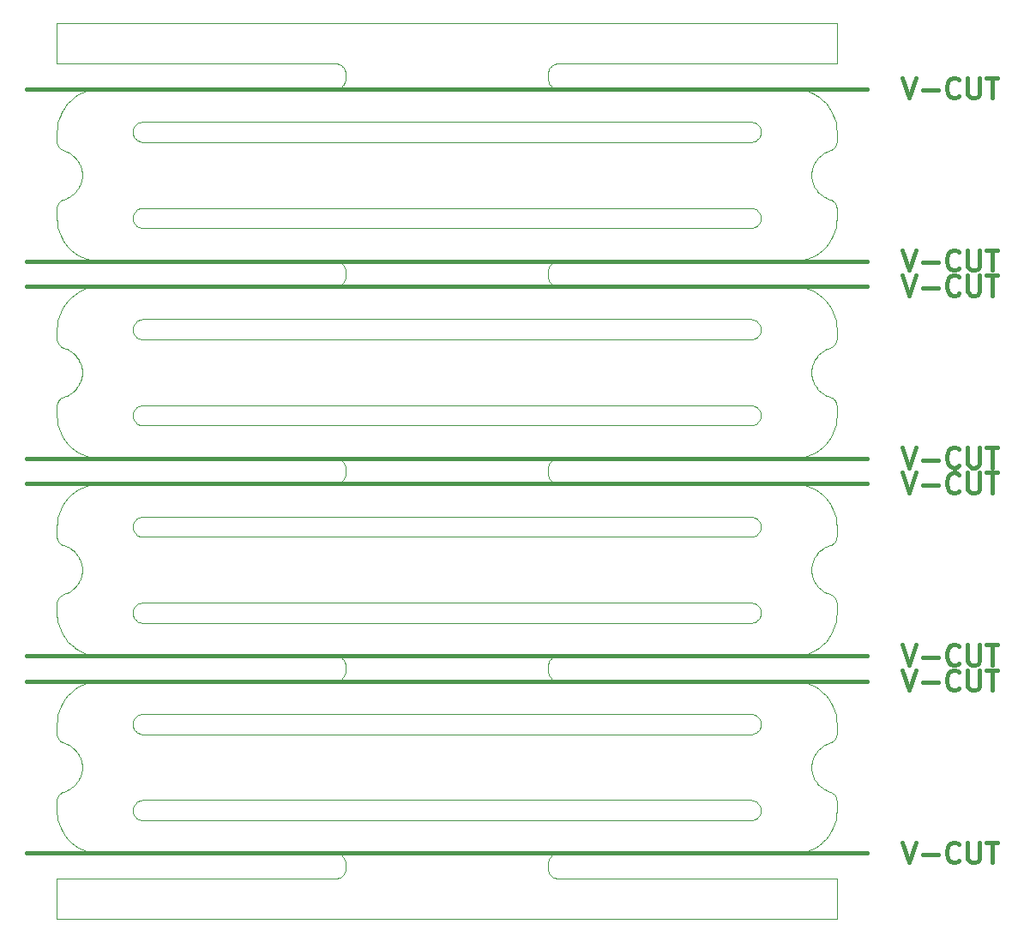
<source format=gbr>
G04 #@! TF.GenerationSoftware,KiCad,Pcbnew,5.1.5+dfsg1-2build2*
G04 #@! TF.CreationDate,2021-10-10T04:01:29+00:00*
G04 #@! TF.ProjectId,base_3.3,62617365-5f33-42e3-932e-6b696361645f,rev?*
G04 #@! TF.SameCoordinates,Original*
G04 #@! TF.FileFunction,Other,Comment*
%FSLAX46Y46*%
G04 Gerber Fmt 4.6, Leading zero omitted, Abs format (unit mm)*
G04 Created by KiCad (PCBNEW 5.1.5+dfsg1-2build2) date 2021-10-10 04:01:29*
%MOMM*%
%LPD*%
G04 APERTURE LIST*
%ADD10C,0.400000*%
G04 #@! TA.AperFunction,Profile*
%ADD11C,0.100000*%
G04 #@! TD*
G04 APERTURE END LIST*
D10*
X133451477Y-124404761D02*
X134118143Y-126404761D01*
X134784810Y-124404761D01*
X135451477Y-125642857D02*
X136975286Y-125642857D01*
X139070524Y-126214285D02*
X138975286Y-126309523D01*
X138689572Y-126404761D01*
X138499096Y-126404761D01*
X138213381Y-126309523D01*
X138022905Y-126119047D01*
X137927667Y-125928571D01*
X137832429Y-125547619D01*
X137832429Y-125261904D01*
X137927667Y-124880952D01*
X138022905Y-124690476D01*
X138213381Y-124500000D01*
X138499096Y-124404761D01*
X138689572Y-124404761D01*
X138975286Y-124500000D01*
X139070524Y-124595238D01*
X139927667Y-124404761D02*
X139927667Y-126023809D01*
X140022905Y-126214285D01*
X140118143Y-126309523D01*
X140308620Y-126404761D01*
X140689572Y-126404761D01*
X140880048Y-126309523D01*
X140975286Y-126214285D01*
X141070524Y-126023809D01*
X141070524Y-124404761D01*
X141737191Y-124404761D02*
X142880048Y-124404761D01*
X142308620Y-126404761D02*
X142308620Y-124404761D01*
X46999000Y-125500000D02*
X130001001Y-125500000D01*
X133451477Y-107404761D02*
X134118143Y-109404761D01*
X134784810Y-107404761D01*
X135451477Y-108642857D02*
X136975286Y-108642857D01*
X139070524Y-109214285D02*
X138975286Y-109309523D01*
X138689572Y-109404761D01*
X138499096Y-109404761D01*
X138213381Y-109309523D01*
X138022905Y-109119047D01*
X137927667Y-108928571D01*
X137832429Y-108547619D01*
X137832429Y-108261904D01*
X137927667Y-107880952D01*
X138022905Y-107690476D01*
X138213381Y-107500000D01*
X138499096Y-107404761D01*
X138689572Y-107404761D01*
X138975286Y-107500000D01*
X139070524Y-107595238D01*
X139927667Y-107404761D02*
X139927667Y-109023809D01*
X140022905Y-109214285D01*
X140118143Y-109309523D01*
X140308620Y-109404761D01*
X140689572Y-109404761D01*
X140880048Y-109309523D01*
X140975286Y-109214285D01*
X141070524Y-109023809D01*
X141070524Y-107404761D01*
X141737191Y-107404761D02*
X142880048Y-107404761D01*
X142308620Y-109404761D02*
X142308620Y-107404761D01*
X46999000Y-108500000D02*
X130001001Y-108500000D01*
X133451477Y-104904761D02*
X134118143Y-106904761D01*
X134784810Y-104904761D01*
X135451477Y-106142857D02*
X136975286Y-106142857D01*
X139070524Y-106714285D02*
X138975286Y-106809523D01*
X138689572Y-106904761D01*
X138499096Y-106904761D01*
X138213381Y-106809523D01*
X138022905Y-106619047D01*
X137927667Y-106428571D01*
X137832429Y-106047619D01*
X137832429Y-105761904D01*
X137927667Y-105380952D01*
X138022905Y-105190476D01*
X138213381Y-105000000D01*
X138499096Y-104904761D01*
X138689572Y-104904761D01*
X138975286Y-105000000D01*
X139070524Y-105095238D01*
X139927667Y-104904761D02*
X139927667Y-106523809D01*
X140022905Y-106714285D01*
X140118143Y-106809523D01*
X140308620Y-106904761D01*
X140689572Y-106904761D01*
X140880048Y-106809523D01*
X140975286Y-106714285D01*
X141070524Y-106523809D01*
X141070524Y-104904761D01*
X141737191Y-104904761D02*
X142880048Y-104904761D01*
X142308620Y-106904761D02*
X142308620Y-104904761D01*
X46999000Y-106000000D02*
X130001001Y-106000000D01*
X133451477Y-65904761D02*
X134118143Y-67904761D01*
X134784810Y-65904761D01*
X135451477Y-67142857D02*
X136975286Y-67142857D01*
X139070524Y-67714285D02*
X138975286Y-67809523D01*
X138689572Y-67904761D01*
X138499096Y-67904761D01*
X138213381Y-67809523D01*
X138022905Y-67619047D01*
X137927667Y-67428571D01*
X137832429Y-67047619D01*
X137832429Y-66761904D01*
X137927667Y-66380952D01*
X138022905Y-66190476D01*
X138213381Y-66000000D01*
X138499096Y-65904761D01*
X138689572Y-65904761D01*
X138975286Y-66000000D01*
X139070524Y-66095238D01*
X139927667Y-65904761D02*
X139927667Y-67523809D01*
X140022905Y-67714285D01*
X140118143Y-67809523D01*
X140308620Y-67904761D01*
X140689572Y-67904761D01*
X140880048Y-67809523D01*
X140975286Y-67714285D01*
X141070524Y-67523809D01*
X141070524Y-65904761D01*
X141737191Y-65904761D02*
X142880048Y-65904761D01*
X142308620Y-67904761D02*
X142308620Y-65904761D01*
X46999000Y-67000000D02*
X130001001Y-67000000D01*
X133451477Y-85404761D02*
X134118143Y-87404761D01*
X134784810Y-85404761D01*
X135451477Y-86642857D02*
X136975286Y-86642857D01*
X139070524Y-87214285D02*
X138975286Y-87309523D01*
X138689572Y-87404761D01*
X138499096Y-87404761D01*
X138213381Y-87309523D01*
X138022905Y-87119047D01*
X137927667Y-86928571D01*
X137832429Y-86547619D01*
X137832429Y-86261904D01*
X137927667Y-85880952D01*
X138022905Y-85690476D01*
X138213381Y-85500000D01*
X138499096Y-85404761D01*
X138689572Y-85404761D01*
X138975286Y-85500000D01*
X139070524Y-85595238D01*
X139927667Y-85404761D02*
X139927667Y-87023809D01*
X140022905Y-87214285D01*
X140118143Y-87309523D01*
X140308620Y-87404761D01*
X140689572Y-87404761D01*
X140880048Y-87309523D01*
X140975286Y-87214285D01*
X141070524Y-87023809D01*
X141070524Y-85404761D01*
X141737191Y-85404761D02*
X142880048Y-85404761D01*
X142308620Y-87404761D02*
X142308620Y-85404761D01*
X46999000Y-86500000D02*
X130001001Y-86500000D01*
X133451477Y-68404761D02*
X134118143Y-70404761D01*
X134784810Y-68404761D01*
X135451477Y-69642857D02*
X136975286Y-69642857D01*
X139070524Y-70214285D02*
X138975286Y-70309523D01*
X138689572Y-70404761D01*
X138499096Y-70404761D01*
X138213381Y-70309523D01*
X138022905Y-70119047D01*
X137927667Y-69928571D01*
X137832429Y-69547619D01*
X137832429Y-69261904D01*
X137927667Y-68880952D01*
X138022905Y-68690476D01*
X138213381Y-68500000D01*
X138499096Y-68404761D01*
X138689572Y-68404761D01*
X138975286Y-68500000D01*
X139070524Y-68595238D01*
X139927667Y-68404761D02*
X139927667Y-70023809D01*
X140022905Y-70214285D01*
X140118143Y-70309523D01*
X140308620Y-70404761D01*
X140689572Y-70404761D01*
X140880048Y-70309523D01*
X140975286Y-70214285D01*
X141070524Y-70023809D01*
X141070524Y-68404761D01*
X141737191Y-68404761D02*
X142880048Y-68404761D01*
X142308620Y-70404761D02*
X142308620Y-68404761D01*
X46999000Y-69500000D02*
X130001001Y-69500000D01*
X133451477Y-87904761D02*
X134118143Y-89904761D01*
X134784810Y-87904761D01*
X135451477Y-89142857D02*
X136975286Y-89142857D01*
X139070524Y-89714285D02*
X138975286Y-89809523D01*
X138689572Y-89904761D01*
X138499096Y-89904761D01*
X138213381Y-89809523D01*
X138022905Y-89619047D01*
X137927667Y-89428571D01*
X137832429Y-89047619D01*
X137832429Y-88761904D01*
X137927667Y-88380952D01*
X138022905Y-88190476D01*
X138213381Y-88000000D01*
X138499096Y-87904761D01*
X138689572Y-87904761D01*
X138975286Y-88000000D01*
X139070524Y-88095238D01*
X139927667Y-87904761D02*
X139927667Y-89523809D01*
X140022905Y-89714285D01*
X140118143Y-89809523D01*
X140308620Y-89904761D01*
X140689572Y-89904761D01*
X140880048Y-89809523D01*
X140975286Y-89714285D01*
X141070524Y-89523809D01*
X141070524Y-87904761D01*
X141737191Y-87904761D02*
X142880048Y-87904761D01*
X142308620Y-89904761D02*
X142308620Y-87904761D01*
X46999000Y-89000000D02*
X130001001Y-89000000D01*
X133451477Y-48904761D02*
X134118143Y-50904761D01*
X134784810Y-48904761D01*
X135451477Y-50142857D02*
X136975286Y-50142857D01*
X139070524Y-50714285D02*
X138975286Y-50809523D01*
X138689572Y-50904761D01*
X138499096Y-50904761D01*
X138213381Y-50809523D01*
X138022905Y-50619047D01*
X137927667Y-50428571D01*
X137832429Y-50047619D01*
X137832429Y-49761904D01*
X137927667Y-49380952D01*
X138022905Y-49190476D01*
X138213381Y-49000000D01*
X138499096Y-48904761D01*
X138689572Y-48904761D01*
X138975286Y-49000000D01*
X139070524Y-49095238D01*
X139927667Y-48904761D02*
X139927667Y-50523809D01*
X140022905Y-50714285D01*
X140118143Y-50809523D01*
X140308620Y-50904761D01*
X140689572Y-50904761D01*
X140880048Y-50809523D01*
X140975286Y-50714285D01*
X141070524Y-50523809D01*
X141070524Y-48904761D01*
X141737191Y-48904761D02*
X142880048Y-48904761D01*
X142308620Y-50904761D02*
X142308620Y-48904761D01*
X46999000Y-50000000D02*
X130001001Y-50000000D01*
D11*
X118749900Y-102715900D02*
X118651100Y-102736200D01*
X118846400Y-102685700D02*
X118749900Y-102715900D01*
X118939300Y-102645900D02*
X118846400Y-102685700D01*
X119027600Y-102596800D02*
X118939300Y-102645900D01*
X119110800Y-102538900D02*
X119027600Y-102596800D01*
X119187500Y-102473100D02*
X119110800Y-102538900D01*
X119257100Y-102399800D02*
X119187500Y-102473100D01*
X119319000Y-102319900D02*
X119257100Y-102399800D01*
X119372400Y-102234100D02*
X119319000Y-102319900D01*
X119416900Y-102143400D02*
X119372400Y-102234100D01*
X119452000Y-102048600D02*
X119416900Y-102143400D01*
X119477300Y-101950700D02*
X119452000Y-102048600D01*
X119492600Y-101850800D02*
X119477300Y-101950700D01*
X119497700Y-101749900D02*
X119492600Y-101850800D01*
X119492600Y-101649200D02*
X119497700Y-101749900D01*
X119477300Y-101549300D02*
X119492600Y-101649200D01*
X119452000Y-101451500D02*
X119477300Y-101549300D01*
X119416900Y-101356700D02*
X119452000Y-101451500D01*
X119372400Y-101266000D02*
X119416900Y-101356700D01*
X119319000Y-101180200D02*
X119372400Y-101266000D01*
X119257100Y-101100300D02*
X119319000Y-101180200D01*
X119187300Y-101026800D02*
X119257100Y-101100300D01*
X119110600Y-100961000D02*
X119187300Y-101026800D01*
X119027600Y-100903300D02*
X119110600Y-100961000D01*
X118939300Y-100854200D02*
X119027600Y-100903300D01*
X118846600Y-100814500D02*
X118939300Y-100854200D01*
X118750200Y-100784200D02*
X118846600Y-100814500D01*
X118651200Y-100763800D02*
X118750200Y-100784200D01*
X118550700Y-100753600D02*
X118651200Y-100763800D01*
X118474800Y-100751000D02*
X118550700Y-100753600D01*
X58525400Y-100751000D02*
X118474800Y-100751000D01*
X58449200Y-100753600D02*
X58525400Y-100751000D01*
X58348800Y-100763800D02*
X58449200Y-100753600D01*
X58249800Y-100784200D02*
X58348800Y-100763800D01*
X58153400Y-100814500D02*
X58249800Y-100784200D01*
X58060500Y-100854300D02*
X58153400Y-100814500D01*
X57972100Y-100903400D02*
X58060500Y-100854300D01*
X57889200Y-100961100D02*
X57972100Y-100903400D01*
X57812500Y-101027000D02*
X57889200Y-100961100D01*
X57742900Y-101100300D02*
X57812500Y-101027000D01*
X57681000Y-101180200D02*
X57742900Y-101100300D01*
X57627600Y-101266000D02*
X57681000Y-101180200D01*
X57583100Y-101356700D02*
X57627600Y-101266000D01*
X57548100Y-101451200D02*
X57583100Y-101356700D01*
X57522700Y-101549100D02*
X57548100Y-101451200D01*
X57507400Y-101649000D02*
X57522700Y-101549100D01*
X57502300Y-101749900D02*
X57507400Y-101649000D01*
X57507400Y-101850800D02*
X57502300Y-101749900D01*
X57522700Y-101950700D02*
X57507400Y-101850800D01*
X57548000Y-102048600D02*
X57522700Y-101950700D01*
X57583100Y-102143400D02*
X57548000Y-102048600D01*
X57627600Y-102234100D02*
X57583100Y-102143400D01*
X57681000Y-102319900D02*
X57627600Y-102234100D01*
X57742900Y-102399800D02*
X57681000Y-102319900D01*
X57812500Y-102473100D02*
X57742900Y-102399800D01*
X57889200Y-102538900D02*
X57812500Y-102473100D01*
X57972100Y-102596700D02*
X57889200Y-102538900D01*
X58060500Y-102645700D02*
X57972100Y-102596700D01*
X58153400Y-102685600D02*
X58060500Y-102645700D01*
X58249800Y-102715900D02*
X58153400Y-102685600D01*
X58348800Y-102736200D02*
X58249800Y-102715900D01*
X58449300Y-102746500D02*
X58348800Y-102736200D01*
X58525200Y-102749000D02*
X58449300Y-102746500D01*
X118474900Y-102749000D02*
X58525200Y-102749000D01*
X118550500Y-102746500D02*
X118474900Y-102749000D01*
X118651100Y-102736200D02*
X118550500Y-102746500D01*
X118749900Y-94215900D02*
X118651100Y-94236200D01*
X118846400Y-94185700D02*
X118749900Y-94215900D01*
X118939300Y-94145900D02*
X118846400Y-94185700D01*
X119027600Y-94096800D02*
X118939300Y-94145900D01*
X119110800Y-94038900D02*
X119027600Y-94096800D01*
X119187500Y-93973100D02*
X119110800Y-94038900D01*
X119257100Y-93899800D02*
X119187500Y-93973100D01*
X119319000Y-93819900D02*
X119257100Y-93899800D01*
X119372400Y-93734100D02*
X119319000Y-93819900D01*
X119416900Y-93643400D02*
X119372400Y-93734100D01*
X119452000Y-93548600D02*
X119416900Y-93643400D01*
X119477300Y-93450700D02*
X119452000Y-93548600D01*
X119492600Y-93350800D02*
X119477300Y-93450700D01*
X119497700Y-93249900D02*
X119492600Y-93350800D01*
X119492600Y-93149200D02*
X119497700Y-93249900D01*
X119477300Y-93049300D02*
X119492600Y-93149200D01*
X119452000Y-92951500D02*
X119477300Y-93049300D01*
X119416900Y-92856700D02*
X119452000Y-92951500D01*
X119372400Y-92766000D02*
X119416900Y-92856700D01*
X119319000Y-92680200D02*
X119372400Y-92766000D01*
X119257100Y-92600300D02*
X119319000Y-92680200D01*
X119187300Y-92526800D02*
X119257100Y-92600300D01*
X119110600Y-92461000D02*
X119187300Y-92526800D01*
X119027600Y-92403300D02*
X119110600Y-92461000D01*
X118939300Y-92354200D02*
X119027600Y-92403300D01*
X118846600Y-92314500D02*
X118939300Y-92354200D01*
X118750200Y-92284200D02*
X118846600Y-92314500D01*
X118651200Y-92263800D02*
X118750200Y-92284200D01*
X118550700Y-92253600D02*
X118651200Y-92263800D01*
X118474800Y-92251000D02*
X118550700Y-92253600D01*
X58525400Y-92251000D02*
X118474800Y-92251000D01*
X58449200Y-92253600D02*
X58525400Y-92251000D01*
X58348800Y-92263800D02*
X58449200Y-92253600D01*
X58249800Y-92284200D02*
X58348800Y-92263800D01*
X58153400Y-92314500D02*
X58249800Y-92284200D01*
X58060500Y-92354300D02*
X58153400Y-92314500D01*
X57972100Y-92403400D02*
X58060500Y-92354300D01*
X57889200Y-92461100D02*
X57972100Y-92403400D01*
X57812500Y-92527000D02*
X57889200Y-92461100D01*
X57742900Y-92600300D02*
X57812500Y-92527000D01*
X57681000Y-92680200D02*
X57742900Y-92600300D01*
X57627600Y-92766000D02*
X57681000Y-92680200D01*
X57583100Y-92856700D02*
X57627600Y-92766000D01*
X57548100Y-92951200D02*
X57583100Y-92856700D01*
X57522700Y-93049100D02*
X57548100Y-92951200D01*
X57507400Y-93149000D02*
X57522700Y-93049100D01*
X57502300Y-93249900D02*
X57507400Y-93149000D01*
X57507400Y-93350800D02*
X57502300Y-93249900D01*
X57522700Y-93450700D02*
X57507400Y-93350800D01*
X57548000Y-93548600D02*
X57522700Y-93450700D01*
X57583100Y-93643400D02*
X57548000Y-93548600D01*
X57627600Y-93734100D02*
X57583100Y-93643400D01*
X57681000Y-93819900D02*
X57627600Y-93734100D01*
X57742900Y-93899800D02*
X57681000Y-93819900D01*
X57812500Y-93973100D02*
X57742900Y-93899800D01*
X57889200Y-94038900D02*
X57812500Y-93973100D01*
X57972100Y-94096700D02*
X57889200Y-94038900D01*
X58060500Y-94145700D02*
X57972100Y-94096700D01*
X58153400Y-94185600D02*
X58060500Y-94145700D01*
X58249800Y-94215900D02*
X58153400Y-94185600D01*
X58348800Y-94236200D02*
X58249800Y-94215900D01*
X58449300Y-94246500D02*
X58348800Y-94236200D01*
X58525200Y-94249000D02*
X58449300Y-94246500D01*
X118474900Y-94249000D02*
X58525200Y-94249000D01*
X118550500Y-94246500D02*
X118474900Y-94249000D01*
X118651100Y-94236200D02*
X118550500Y-94246500D01*
X118749900Y-83215900D02*
X118651000Y-83236200D01*
X118846400Y-83185700D02*
X118749900Y-83215900D01*
X118939300Y-83145800D02*
X118846400Y-83185700D01*
X119027600Y-83096800D02*
X118939300Y-83145800D01*
X119110800Y-83038900D02*
X119027600Y-83096800D01*
X119187500Y-82973100D02*
X119110800Y-83038900D01*
X119257100Y-82899800D02*
X119187500Y-82973100D01*
X119319000Y-82819900D02*
X119257100Y-82899800D01*
X119372400Y-82734100D02*
X119319000Y-82819900D01*
X119416900Y-82643300D02*
X119372400Y-82734100D01*
X119452000Y-82548600D02*
X119416900Y-82643300D01*
X119477300Y-82450700D02*
X119452000Y-82548600D01*
X119492600Y-82350800D02*
X119477300Y-82450700D01*
X119497700Y-82249900D02*
X119492600Y-82350800D01*
X119492600Y-82149200D02*
X119497700Y-82249900D01*
X119477300Y-82049300D02*
X119492600Y-82149200D01*
X119452000Y-81951500D02*
X119477300Y-82049300D01*
X119416900Y-81856700D02*
X119452000Y-81951500D01*
X119372400Y-81765900D02*
X119416900Y-81856700D01*
X119319000Y-81680200D02*
X119372400Y-81765900D01*
X119257100Y-81600200D02*
X119319000Y-81680200D01*
X119187300Y-81526800D02*
X119257100Y-81600200D01*
X119110600Y-81461000D02*
X119187300Y-81526800D01*
X119027600Y-81403200D02*
X119110600Y-81461000D01*
X118939300Y-81354200D02*
X119027600Y-81403200D01*
X118846600Y-81314500D02*
X118939300Y-81354200D01*
X118750200Y-81284200D02*
X118846600Y-81314500D01*
X118651200Y-81263800D02*
X118750200Y-81284200D01*
X118550700Y-81253600D02*
X118651200Y-81263800D01*
X118474800Y-81251000D02*
X118550700Y-81253600D01*
X58525300Y-81251000D02*
X118474800Y-81251000D01*
X58449200Y-81253600D02*
X58525300Y-81251000D01*
X58348800Y-81263800D02*
X58449200Y-81253600D01*
X58249800Y-81284200D02*
X58348800Y-81263800D01*
X58153400Y-81314500D02*
X58249800Y-81284200D01*
X58060500Y-81354300D02*
X58153400Y-81314500D01*
X57972100Y-81403400D02*
X58060500Y-81354300D01*
X57889200Y-81461100D02*
X57972100Y-81403400D01*
X57812500Y-81527000D02*
X57889200Y-81461100D01*
X57742900Y-81600200D02*
X57812500Y-81527000D01*
X57681000Y-81680200D02*
X57742900Y-81600200D01*
X57627600Y-81765900D02*
X57681000Y-81680200D01*
X57583100Y-81856700D02*
X57627600Y-81765900D01*
X57548100Y-81951200D02*
X57583100Y-81856700D01*
X57522700Y-82049000D02*
X57548100Y-81951200D01*
X57507400Y-82148900D02*
X57522700Y-82049000D01*
X57502300Y-82249900D02*
X57507400Y-82148900D01*
X57507400Y-82350800D02*
X57502300Y-82249900D01*
X57522700Y-82450700D02*
X57507400Y-82350800D01*
X57548000Y-82548600D02*
X57522700Y-82450700D01*
X57583100Y-82643300D02*
X57548000Y-82548600D01*
X57627600Y-82734100D02*
X57583100Y-82643300D01*
X57681000Y-82819900D02*
X57627600Y-82734100D01*
X57742900Y-82899800D02*
X57681000Y-82819900D01*
X57812500Y-82973100D02*
X57742900Y-82899800D01*
X57889200Y-83038900D02*
X57812500Y-82973100D01*
X57972100Y-83096700D02*
X57889200Y-83038900D01*
X58060500Y-83145700D02*
X57972100Y-83096700D01*
X58153400Y-83185600D02*
X58060500Y-83145700D01*
X58249800Y-83215800D02*
X58153400Y-83185600D01*
X58348800Y-83236200D02*
X58249800Y-83215800D01*
X58449300Y-83246400D02*
X58348800Y-83236200D01*
X58525200Y-83249000D02*
X58449300Y-83246400D01*
X118474800Y-83249000D02*
X58525200Y-83249000D01*
X118550600Y-83246400D02*
X118474800Y-83249000D01*
X118651000Y-83236200D02*
X118550600Y-83246400D01*
X118749900Y-74715900D02*
X118651000Y-74736200D01*
X118846400Y-74685700D02*
X118749900Y-74715900D01*
X118939300Y-74645800D02*
X118846400Y-74685700D01*
X119027600Y-74596800D02*
X118939300Y-74645800D01*
X119110800Y-74538900D02*
X119027600Y-74596800D01*
X119187500Y-74473100D02*
X119110800Y-74538900D01*
X119257100Y-74399800D02*
X119187500Y-74473100D01*
X119319000Y-74319900D02*
X119257100Y-74399800D01*
X119372400Y-74234100D02*
X119319000Y-74319900D01*
X119416900Y-74143300D02*
X119372400Y-74234100D01*
X119452000Y-74048600D02*
X119416900Y-74143300D01*
X119477300Y-73950700D02*
X119452000Y-74048600D01*
X119492600Y-73850800D02*
X119477300Y-73950700D01*
X119497700Y-73749900D02*
X119492600Y-73850800D01*
X119492600Y-73649200D02*
X119497700Y-73749900D01*
X119477300Y-73549300D02*
X119492600Y-73649200D01*
X119452000Y-73451500D02*
X119477300Y-73549300D01*
X119416900Y-73356700D02*
X119452000Y-73451500D01*
X119372400Y-73265900D02*
X119416900Y-73356700D01*
X119319000Y-73180200D02*
X119372400Y-73265900D01*
X119257100Y-73100200D02*
X119319000Y-73180200D01*
X119187300Y-73026800D02*
X119257100Y-73100200D01*
X119110600Y-72961000D02*
X119187300Y-73026800D01*
X119027600Y-72903200D02*
X119110600Y-72961000D01*
X118939300Y-72854200D02*
X119027600Y-72903200D01*
X118846600Y-72814500D02*
X118939300Y-72854200D01*
X118750200Y-72784200D02*
X118846600Y-72814500D01*
X118651200Y-72763800D02*
X118750200Y-72784200D01*
X118550700Y-72753600D02*
X118651200Y-72763800D01*
X118474800Y-72751000D02*
X118550700Y-72753600D01*
X58525300Y-72751000D02*
X118474800Y-72751000D01*
X58449200Y-72753600D02*
X58525300Y-72751000D01*
X58348800Y-72763800D02*
X58449200Y-72753600D01*
X58249800Y-72784200D02*
X58348800Y-72763800D01*
X58153400Y-72814500D02*
X58249800Y-72784200D01*
X58060500Y-72854300D02*
X58153400Y-72814500D01*
X57972100Y-72903400D02*
X58060500Y-72854300D01*
X57889200Y-72961100D02*
X57972100Y-72903400D01*
X57812500Y-73027000D02*
X57889200Y-72961100D01*
X57742900Y-73100200D02*
X57812500Y-73027000D01*
X57681000Y-73180200D02*
X57742900Y-73100200D01*
X57627600Y-73265900D02*
X57681000Y-73180200D01*
X57583100Y-73356700D02*
X57627600Y-73265900D01*
X57548100Y-73451200D02*
X57583100Y-73356700D01*
X57522700Y-73549000D02*
X57548100Y-73451200D01*
X57507400Y-73648900D02*
X57522700Y-73549000D01*
X57502300Y-73749900D02*
X57507400Y-73648900D01*
X57507400Y-73850800D02*
X57502300Y-73749900D01*
X57522700Y-73950700D02*
X57507400Y-73850800D01*
X57548000Y-74048600D02*
X57522700Y-73950700D01*
X57583100Y-74143300D02*
X57548000Y-74048600D01*
X57627600Y-74234100D02*
X57583100Y-74143300D01*
X57681000Y-74319900D02*
X57627600Y-74234100D01*
X57742900Y-74399800D02*
X57681000Y-74319900D01*
X57812500Y-74473100D02*
X57742900Y-74399800D01*
X57889200Y-74538900D02*
X57812500Y-74473100D01*
X57972100Y-74596700D02*
X57889200Y-74538900D01*
X58060500Y-74645700D02*
X57972100Y-74596700D01*
X58153400Y-74685600D02*
X58060500Y-74645700D01*
X58249800Y-74715800D02*
X58153400Y-74685600D01*
X58348800Y-74736200D02*
X58249800Y-74715800D01*
X58449300Y-74746400D02*
X58348800Y-74736200D01*
X58525200Y-74749000D02*
X58449300Y-74746400D01*
X118474800Y-74749000D02*
X58525200Y-74749000D01*
X118550600Y-74746400D02*
X118474800Y-74749000D01*
X118651000Y-74736200D02*
X118550600Y-74746400D01*
X118749900Y-63715900D02*
X118651000Y-63736200D01*
X118846400Y-63685700D02*
X118749900Y-63715900D01*
X118939300Y-63645800D02*
X118846400Y-63685700D01*
X119027600Y-63596800D02*
X118939300Y-63645800D01*
X119110600Y-63539100D02*
X119027600Y-63596800D01*
X119187300Y-63473200D02*
X119110600Y-63539100D01*
X119257100Y-63399800D02*
X119187300Y-63473200D01*
X119319000Y-63319900D02*
X119257100Y-63399800D01*
X119372300Y-63234300D02*
X119319000Y-63319900D01*
X119416800Y-63143600D02*
X119372300Y-63234300D01*
X119451900Y-63048800D02*
X119416800Y-63143600D01*
X119477300Y-62951000D02*
X119451900Y-63048800D01*
X119492600Y-62851100D02*
X119477300Y-62951000D01*
X119497700Y-62750100D02*
X119492600Y-62851100D01*
X119492600Y-62649200D02*
X119497700Y-62750100D01*
X119477300Y-62549300D02*
X119492600Y-62649200D01*
X119452000Y-62451500D02*
X119477300Y-62549300D01*
X119416900Y-62356700D02*
X119452000Y-62451500D01*
X119372400Y-62265900D02*
X119416900Y-62356700D01*
X119319000Y-62180200D02*
X119372400Y-62265900D01*
X119257100Y-62100200D02*
X119319000Y-62180200D01*
X119187300Y-62026800D02*
X119257100Y-62100200D01*
X119110600Y-61960900D02*
X119187300Y-62026800D01*
X119027900Y-61903400D02*
X119110600Y-61960900D01*
X118939500Y-61854300D02*
X119027900Y-61903400D01*
X118846600Y-61814400D02*
X118939500Y-61854300D01*
X118750200Y-61784200D02*
X118846600Y-61814400D01*
X118651200Y-61763800D02*
X118750200Y-61784200D01*
X118550700Y-61753600D02*
X118651200Y-61763800D01*
X118474800Y-61751000D02*
X118550700Y-61753600D01*
X58525200Y-61751000D02*
X118474800Y-61751000D01*
X58449300Y-61753600D02*
X58525200Y-61751000D01*
X58348800Y-61763800D02*
X58449300Y-61753600D01*
X58249800Y-61784200D02*
X58348800Y-61763800D01*
X58153400Y-61814400D02*
X58249800Y-61784200D01*
X58060500Y-61854300D02*
X58153400Y-61814400D01*
X57972100Y-61903400D02*
X58060500Y-61854300D01*
X57889200Y-61961100D02*
X57972100Y-61903400D01*
X57812500Y-62027000D02*
X57889200Y-61961100D01*
X57742900Y-62100200D02*
X57812500Y-62027000D01*
X57681000Y-62180200D02*
X57742900Y-62100200D01*
X57627600Y-62265900D02*
X57681000Y-62180200D01*
X57583100Y-62356700D02*
X57627600Y-62265900D01*
X57548000Y-62451500D02*
X57583100Y-62356700D01*
X57522700Y-62549000D02*
X57548000Y-62451500D01*
X57507400Y-62648900D02*
X57522700Y-62549000D01*
X57502300Y-62749900D02*
X57507400Y-62648900D01*
X57507400Y-62850800D02*
X57502300Y-62749900D01*
X57522700Y-62950700D02*
X57507400Y-62850800D01*
X57548000Y-63048500D02*
X57522700Y-62950700D01*
X57583100Y-63143300D02*
X57548000Y-63048500D01*
X57627600Y-63234100D02*
X57583100Y-63143300D01*
X57681000Y-63319900D02*
X57627600Y-63234100D01*
X57742900Y-63399800D02*
X57681000Y-63319900D01*
X57812500Y-63473000D02*
X57742900Y-63399800D01*
X57889200Y-63538900D02*
X57812500Y-63473000D01*
X57972100Y-63596600D02*
X57889200Y-63538900D01*
X58060500Y-63645700D02*
X57972100Y-63596600D01*
X58153400Y-63685600D02*
X58060500Y-63645700D01*
X58249800Y-63715800D02*
X58153400Y-63685600D01*
X58348800Y-63736200D02*
X58249800Y-63715800D01*
X58449300Y-63746400D02*
X58348800Y-63736200D01*
X58525200Y-63749000D02*
X58449300Y-63746400D01*
X118474800Y-63749000D02*
X58525200Y-63749000D01*
X118550700Y-63746400D02*
X118474800Y-63749000D01*
X118651000Y-63736200D02*
X118550700Y-63746400D01*
X118749900Y-55215900D02*
X118651000Y-55236200D01*
X118846400Y-55185700D02*
X118749900Y-55215900D01*
X118939300Y-55145800D02*
X118846400Y-55185700D01*
X119027600Y-55096800D02*
X118939300Y-55145800D01*
X119110600Y-55039100D02*
X119027600Y-55096800D01*
X119187300Y-54973200D02*
X119110600Y-55039100D01*
X119257100Y-54899800D02*
X119187300Y-54973200D01*
X119319000Y-54819900D02*
X119257100Y-54899800D01*
X119372300Y-54734300D02*
X119319000Y-54819900D01*
X119416800Y-54643600D02*
X119372300Y-54734300D01*
X119451900Y-54548800D02*
X119416800Y-54643600D01*
X119477300Y-54451000D02*
X119451900Y-54548800D01*
X119492600Y-54351100D02*
X119477300Y-54451000D01*
X119497700Y-54250100D02*
X119492600Y-54351100D01*
X119492600Y-54149200D02*
X119497700Y-54250100D01*
X119477300Y-54049300D02*
X119492600Y-54149200D01*
X119452000Y-53951500D02*
X119477300Y-54049300D01*
X119416900Y-53856700D02*
X119452000Y-53951500D01*
X119372400Y-53765900D02*
X119416900Y-53856700D01*
X119319000Y-53680200D02*
X119372400Y-53765900D01*
X119257100Y-53600200D02*
X119319000Y-53680200D01*
X119187300Y-53526800D02*
X119257100Y-53600200D01*
X119110600Y-53460900D02*
X119187300Y-53526800D01*
X119027900Y-53403400D02*
X119110600Y-53460900D01*
X118939500Y-53354300D02*
X119027900Y-53403400D01*
X118846600Y-53314400D02*
X118939500Y-53354300D01*
X118750200Y-53284200D02*
X118846600Y-53314400D01*
X118651200Y-53263800D02*
X118750200Y-53284200D01*
X118550700Y-53253600D02*
X118651200Y-53263800D01*
X118474800Y-53251000D02*
X118550700Y-53253600D01*
X58525200Y-53251000D02*
X118474800Y-53251000D01*
X58449300Y-53253600D02*
X58525200Y-53251000D01*
X58348800Y-53263800D02*
X58449300Y-53253600D01*
X58249800Y-53284200D02*
X58348800Y-53263800D01*
X58153400Y-53314400D02*
X58249800Y-53284200D01*
X58060500Y-53354300D02*
X58153400Y-53314400D01*
X57972100Y-53403400D02*
X58060500Y-53354300D01*
X57889200Y-53461100D02*
X57972100Y-53403400D01*
X57812500Y-53527000D02*
X57889200Y-53461100D01*
X57742900Y-53600200D02*
X57812500Y-53527000D01*
X57681000Y-53680200D02*
X57742900Y-53600200D01*
X57627600Y-53765900D02*
X57681000Y-53680200D01*
X57583100Y-53856700D02*
X57627600Y-53765900D01*
X57548000Y-53951500D02*
X57583100Y-53856700D01*
X57522700Y-54049000D02*
X57548000Y-53951500D01*
X57507400Y-54148900D02*
X57522700Y-54049000D01*
X57502300Y-54249900D02*
X57507400Y-54148900D01*
X57507400Y-54350800D02*
X57502300Y-54249900D01*
X57522700Y-54450700D02*
X57507400Y-54350800D01*
X57548000Y-54548500D02*
X57522700Y-54450700D01*
X57583100Y-54643300D02*
X57548000Y-54548500D01*
X57627600Y-54734100D02*
X57583100Y-54643300D01*
X57681000Y-54819900D02*
X57627600Y-54734100D01*
X57742900Y-54899800D02*
X57681000Y-54819900D01*
X57812500Y-54973000D02*
X57742900Y-54899800D01*
X57889200Y-55038900D02*
X57812500Y-54973000D01*
X57972100Y-55096600D02*
X57889200Y-55038900D01*
X58060500Y-55145700D02*
X57972100Y-55096600D01*
X58153400Y-55185600D02*
X58060500Y-55145700D01*
X58249800Y-55215800D02*
X58153400Y-55185600D01*
X58348800Y-55236200D02*
X58249800Y-55215800D01*
X58449300Y-55246400D02*
X58348800Y-55236200D01*
X58525200Y-55249000D02*
X58449300Y-55246400D01*
X118474800Y-55249000D02*
X58525200Y-55249000D01*
X118550700Y-55246400D02*
X118474800Y-55249000D01*
X118651000Y-55236200D02*
X118550700Y-55246400D01*
X118750200Y-122215900D02*
X118650700Y-122236300D01*
X118846600Y-122185600D02*
X118750200Y-122215900D01*
X118939500Y-122145700D02*
X118846600Y-122185600D01*
X119027900Y-122096700D02*
X118939500Y-122145700D01*
X119110800Y-122038900D02*
X119027900Y-122096700D01*
X119187500Y-121973100D02*
X119110800Y-122038900D01*
X119257100Y-121899800D02*
X119187500Y-121973100D01*
X119319000Y-121819900D02*
X119257100Y-121899800D01*
X119372400Y-121734100D02*
X119319000Y-121819900D01*
X119416900Y-121643400D02*
X119372400Y-121734100D01*
X119452000Y-121548600D02*
X119416900Y-121643400D01*
X119477300Y-121450800D02*
X119452000Y-121548600D01*
X119492600Y-121350900D02*
X119477300Y-121450800D01*
X119497700Y-121249900D02*
X119492600Y-121350900D01*
X119492600Y-121149300D02*
X119497700Y-121249900D01*
X119477300Y-121049300D02*
X119492600Y-121149300D01*
X119452000Y-120951500D02*
X119477300Y-121049300D01*
X119416900Y-120856700D02*
X119452000Y-120951500D01*
X119372400Y-120766000D02*
X119416900Y-120856700D01*
X119319000Y-120680200D02*
X119372400Y-120766000D01*
X119257100Y-120600300D02*
X119319000Y-120680200D01*
X119187300Y-120526800D02*
X119257100Y-120600300D01*
X119110600Y-120461000D02*
X119187300Y-120526800D01*
X119027600Y-120403300D02*
X119110600Y-120461000D01*
X118939300Y-120354200D02*
X119027600Y-120403300D01*
X118846600Y-120314500D02*
X118939300Y-120354200D01*
X118750200Y-120284200D02*
X118846600Y-120314500D01*
X118651200Y-120263900D02*
X118750200Y-120284200D01*
X118550700Y-120253600D02*
X118651200Y-120263900D01*
X118474800Y-120251100D02*
X118550700Y-120253600D01*
X58525000Y-120251100D02*
X118474800Y-120251100D01*
X58449600Y-120253600D02*
X58525000Y-120251100D01*
X58348800Y-120263900D02*
X58449600Y-120253600D01*
X58249800Y-120284200D02*
X58348800Y-120263900D01*
X58153400Y-120314500D02*
X58249800Y-120284200D01*
X58060500Y-120354400D02*
X58153400Y-120314500D01*
X57972100Y-120403400D02*
X58060500Y-120354400D01*
X57889200Y-120461200D02*
X57972100Y-120403400D01*
X57812500Y-120527000D02*
X57889200Y-120461200D01*
X57742900Y-120600300D02*
X57812500Y-120527000D01*
X57681000Y-120680200D02*
X57742900Y-120600300D01*
X57627600Y-120766000D02*
X57681000Y-120680200D01*
X57583100Y-120856700D02*
X57627600Y-120766000D01*
X57548100Y-120951200D02*
X57583100Y-120856700D01*
X57522700Y-121049100D02*
X57548100Y-120951200D01*
X57507400Y-121149000D02*
X57522700Y-121049100D01*
X57502300Y-121249900D02*
X57507400Y-121149000D01*
X57507400Y-121350900D02*
X57502300Y-121249900D01*
X57522700Y-121450800D02*
X57507400Y-121350900D01*
X57548000Y-121548600D02*
X57522700Y-121450800D01*
X57583100Y-121643400D02*
X57548000Y-121548600D01*
X57627600Y-121734100D02*
X57583100Y-121643400D01*
X57681000Y-121819900D02*
X57627600Y-121734100D01*
X57742900Y-121899800D02*
X57681000Y-121819900D01*
X57812500Y-121973100D02*
X57742900Y-121899800D01*
X57889200Y-122038900D02*
X57812500Y-121973100D01*
X57972100Y-122096700D02*
X57889200Y-122038900D01*
X58060500Y-122145700D02*
X57972100Y-122096700D01*
X58153400Y-122185600D02*
X58060500Y-122145700D01*
X58249800Y-122215900D02*
X58153400Y-122185600D01*
X58348800Y-122236200D02*
X58249800Y-122215900D01*
X58449300Y-122246500D02*
X58348800Y-122236200D01*
X58525200Y-122249100D02*
X58449300Y-122246500D01*
X118474500Y-122249100D02*
X58525200Y-122249100D01*
X118550900Y-122246500D02*
X118474500Y-122249100D01*
X118650700Y-122236300D02*
X118550900Y-122246500D01*
X118750200Y-113715900D02*
X118650700Y-113736300D01*
X118846600Y-113685600D02*
X118750200Y-113715900D01*
X118939500Y-113645700D02*
X118846600Y-113685600D01*
X119027900Y-113596700D02*
X118939500Y-113645700D01*
X119110800Y-113538900D02*
X119027900Y-113596700D01*
X119187500Y-113473100D02*
X119110800Y-113538900D01*
X119257100Y-113399800D02*
X119187500Y-113473100D01*
X119319000Y-113319900D02*
X119257100Y-113399800D01*
X119372400Y-113234100D02*
X119319000Y-113319900D01*
X119416900Y-113143400D02*
X119372400Y-113234100D01*
X119452000Y-113048600D02*
X119416900Y-113143400D01*
X119477300Y-112950800D02*
X119452000Y-113048600D01*
X119492600Y-112850900D02*
X119477300Y-112950800D01*
X119497700Y-112749900D02*
X119492600Y-112850900D01*
X119492600Y-112649300D02*
X119497700Y-112749900D01*
X119477300Y-112549300D02*
X119492600Y-112649300D01*
X119452000Y-112451500D02*
X119477300Y-112549300D01*
X119416900Y-112356700D02*
X119452000Y-112451500D01*
X119372400Y-112266000D02*
X119416900Y-112356700D01*
X119319000Y-112180200D02*
X119372400Y-112266000D01*
X119257100Y-112100300D02*
X119319000Y-112180200D01*
X119187300Y-112026800D02*
X119257100Y-112100300D01*
X119110600Y-111961000D02*
X119187300Y-112026800D01*
X119027600Y-111903300D02*
X119110600Y-111961000D01*
X118939300Y-111854200D02*
X119027600Y-111903300D01*
X118846600Y-111814500D02*
X118939300Y-111854200D01*
X118750200Y-111784200D02*
X118846600Y-111814500D01*
X118651200Y-111763900D02*
X118750200Y-111784200D01*
X118550700Y-111753600D02*
X118651200Y-111763900D01*
X118474800Y-111751100D02*
X118550700Y-111753600D01*
X58525000Y-111751100D02*
X118474800Y-111751100D01*
X58449600Y-111753600D02*
X58525000Y-111751100D01*
X58348800Y-111763900D02*
X58449600Y-111753600D01*
X58249800Y-111784200D02*
X58348800Y-111763900D01*
X58153400Y-111814500D02*
X58249800Y-111784200D01*
X58060500Y-111854400D02*
X58153400Y-111814500D01*
X57972100Y-111903400D02*
X58060500Y-111854400D01*
X57889200Y-111961200D02*
X57972100Y-111903400D01*
X57812500Y-112027000D02*
X57889200Y-111961200D01*
X57742900Y-112100300D02*
X57812500Y-112027000D01*
X57681000Y-112180200D02*
X57742900Y-112100300D01*
X57627600Y-112266000D02*
X57681000Y-112180200D01*
X57583100Y-112356700D02*
X57627600Y-112266000D01*
X57548100Y-112451200D02*
X57583100Y-112356700D01*
X57522700Y-112549100D02*
X57548100Y-112451200D01*
X57507400Y-112649000D02*
X57522700Y-112549100D01*
X57502300Y-112749900D02*
X57507400Y-112649000D01*
X57507400Y-112850900D02*
X57502300Y-112749900D01*
X57522700Y-112950800D02*
X57507400Y-112850900D01*
X57548000Y-113048600D02*
X57522700Y-112950800D01*
X57583100Y-113143400D02*
X57548000Y-113048600D01*
X57627600Y-113234100D02*
X57583100Y-113143400D01*
X57681000Y-113319900D02*
X57627600Y-113234100D01*
X57742900Y-113399800D02*
X57681000Y-113319900D01*
X57812500Y-113473100D02*
X57742900Y-113399800D01*
X57889200Y-113538900D02*
X57812500Y-113473100D01*
X57972100Y-113596700D02*
X57889200Y-113538900D01*
X58060500Y-113645700D02*
X57972100Y-113596700D01*
X58153400Y-113685600D02*
X58060500Y-113645700D01*
X58249800Y-113715900D02*
X58153400Y-113685600D01*
X58348800Y-113736200D02*
X58249800Y-113715900D01*
X58449300Y-113746500D02*
X58348800Y-113736200D01*
X58525200Y-113749100D02*
X58449300Y-113746500D01*
X118474500Y-113749100D02*
X58525200Y-113749100D01*
X118550900Y-113746500D02*
X118474500Y-113749100D01*
X118650700Y-113736300D02*
X118550900Y-113746500D01*
X126976500Y-43499000D02*
X50009200Y-43499700D01*
X126991800Y-43499800D02*
X126976500Y-43499000D01*
X126997700Y-43503000D02*
X126991800Y-43499800D01*
X127000200Y-43508200D02*
X126997700Y-43503000D01*
X127001000Y-43523500D02*
X127000200Y-43508200D01*
X127001000Y-47475500D02*
X127001000Y-43523500D01*
X126999700Y-47492700D02*
X127001000Y-47475500D01*
X126996300Y-47497400D02*
X126999700Y-47492700D01*
X126991800Y-47499200D02*
X126996300Y-47497400D01*
X99491300Y-47500000D02*
X126991800Y-47499200D01*
X99394000Y-47504800D02*
X99491300Y-47500000D01*
X99297900Y-47519000D02*
X99394000Y-47504800D01*
X99203600Y-47542600D02*
X99297900Y-47519000D01*
X99112200Y-47575400D02*
X99203600Y-47542600D01*
X99024300Y-47616900D02*
X99112200Y-47575400D01*
X98941000Y-47666900D02*
X99024300Y-47616900D01*
X98863000Y-47724700D02*
X98941000Y-47666900D01*
X98791000Y-47790000D02*
X98863000Y-47724700D01*
X98725700Y-47862000D02*
X98791000Y-47790000D01*
X98667900Y-47940000D02*
X98725700Y-47862000D01*
X98617900Y-48023300D02*
X98667900Y-47940000D01*
X98576400Y-48111100D02*
X98617900Y-48023300D01*
X98543700Y-48202600D02*
X98576400Y-48111100D01*
X98520000Y-48296900D02*
X98543700Y-48202600D01*
X98505800Y-48393000D02*
X98520000Y-48296900D01*
X98501000Y-48490200D02*
X98505800Y-48393000D01*
X98501000Y-49008800D02*
X98501000Y-48490200D01*
X98505800Y-49106000D02*
X98501000Y-49008800D01*
X98520000Y-49202100D02*
X98505800Y-49106000D01*
X98543700Y-49296400D02*
X98520000Y-49202100D01*
X98576400Y-49387900D02*
X98543700Y-49296400D01*
X98617900Y-49475700D02*
X98576400Y-49387900D01*
X98667900Y-49559000D02*
X98617900Y-49475700D01*
X98725700Y-49637000D02*
X98667900Y-49559000D01*
X98791000Y-49709000D02*
X98725700Y-49637000D01*
X98863000Y-49774300D02*
X98791000Y-49709000D01*
X98941000Y-49832100D02*
X98863000Y-49774300D01*
X99024300Y-49882100D02*
X98941000Y-49832100D01*
X99112200Y-49923600D02*
X99024300Y-49882100D01*
X99203600Y-49956400D02*
X99112200Y-49923600D01*
X99297900Y-49980000D02*
X99203600Y-49956400D01*
X99394000Y-49994200D02*
X99297900Y-49980000D01*
X99491300Y-49999000D02*
X99394000Y-49994200D01*
X122743400Y-49999000D02*
X99491300Y-49999000D01*
X123194100Y-50022600D02*
X122743400Y-49999000D01*
X123633500Y-50092200D02*
X123194100Y-50022600D01*
X124063300Y-50207300D02*
X123633500Y-50092200D01*
X124466700Y-50361800D02*
X124063300Y-50207300D01*
X124490700Y-50372500D02*
X124466700Y-50361800D01*
X124863800Y-50562500D02*
X124490700Y-50372500D01*
X124886500Y-50575700D02*
X124863800Y-50562500D01*
X125248700Y-50811300D02*
X124886500Y-50575700D01*
X125594100Y-51091000D02*
X125248700Y-50811300D01*
X125908700Y-51405600D02*
X125594100Y-51091000D01*
X126180800Y-51741100D02*
X125908700Y-51405600D01*
X126196300Y-51762300D02*
X126180800Y-51741100D01*
X126424300Y-52113500D02*
X126196300Y-51762300D01*
X126437400Y-52136200D02*
X126424300Y-52113500D01*
X126633300Y-52521400D02*
X126437400Y-52136200D01*
X126792500Y-52936300D02*
X126633300Y-52521400D01*
X126907700Y-53366000D02*
X126792500Y-52936300D01*
X126975700Y-53792600D02*
X126907700Y-53366000D01*
X126978400Y-53818800D02*
X126975700Y-53792600D01*
X127001000Y-54256500D02*
X126978400Y-53818800D01*
X127001000Y-55139700D02*
X127001000Y-54256500D01*
X126995900Y-55244100D02*
X127001000Y-55139700D01*
X126981400Y-55341600D02*
X126995900Y-55244100D01*
X126957200Y-55437700D02*
X126981400Y-55341600D01*
X126923900Y-55530500D02*
X126957200Y-55437700D01*
X126887300Y-55608200D02*
X126923900Y-55530500D01*
X126875600Y-55630000D02*
X126887300Y-55608200D01*
X126823700Y-55713800D02*
X126875600Y-55630000D01*
X126772100Y-55782500D02*
X126823700Y-55713800D01*
X126714100Y-55846600D02*
X126772100Y-55782500D01*
X126696500Y-55864100D02*
X126714100Y-55846600D01*
X126632400Y-55921400D02*
X126696500Y-55864100D01*
X126562800Y-55973000D02*
X126632400Y-55921400D01*
X126468400Y-56030200D02*
X126562800Y-55973000D01*
X126379100Y-56072000D02*
X126468400Y-56030200D01*
X126100100Y-56170700D02*
X126379100Y-56072000D01*
X126009400Y-56207800D02*
X126100100Y-56170700D01*
X125875300Y-56270600D02*
X126009400Y-56207800D01*
X125788700Y-56316400D02*
X125875300Y-56270600D01*
X125661400Y-56392000D02*
X125788700Y-56316400D01*
X125579800Y-56446200D02*
X125661400Y-56392000D01*
X125460600Y-56533900D02*
X125579800Y-56446200D01*
X125384600Y-56595900D02*
X125460600Y-56533900D01*
X125274600Y-56694900D02*
X125384600Y-56595900D01*
X125205100Y-56764000D02*
X125274600Y-56694900D01*
X125105400Y-56873400D02*
X125205100Y-56764000D01*
X125043000Y-56949000D02*
X125105400Y-56873400D01*
X124954500Y-57067700D02*
X125043000Y-56949000D01*
X124899900Y-57149100D02*
X124954500Y-57067700D01*
X124823600Y-57275900D02*
X124899900Y-57149100D01*
X124777200Y-57362300D02*
X124823600Y-57275900D01*
X124713700Y-57496000D02*
X124777200Y-57362300D01*
X124676000Y-57586500D02*
X124713700Y-57496000D01*
X124626000Y-57725800D02*
X124676000Y-57586500D01*
X124597400Y-57819500D02*
X124626000Y-57725800D01*
X124561300Y-57963100D02*
X124597400Y-57819500D01*
X124542200Y-58059200D02*
X124561300Y-57963100D01*
X124520400Y-58205600D02*
X124542200Y-58059200D01*
X124510700Y-58303100D02*
X124520400Y-58205600D01*
X124503400Y-58451000D02*
X124510700Y-58303100D01*
X124503400Y-58549000D02*
X124503400Y-58451000D01*
X124510700Y-58696900D02*
X124503400Y-58549000D01*
X124520400Y-58794400D02*
X124510700Y-58696900D01*
X124542200Y-58940800D02*
X124520400Y-58794400D01*
X124561300Y-59036900D02*
X124542200Y-58940800D01*
X124597400Y-59180500D02*
X124561300Y-59036900D01*
X124626000Y-59274200D02*
X124597400Y-59180500D01*
X124676000Y-59413500D02*
X124626000Y-59274200D01*
X124713700Y-59504000D02*
X124676000Y-59413500D01*
X124777200Y-59637700D02*
X124713700Y-59504000D01*
X124823600Y-59724100D02*
X124777200Y-59637700D01*
X124899900Y-59850900D02*
X124823600Y-59724100D01*
X124954500Y-59932300D02*
X124899900Y-59850900D01*
X125043000Y-60051000D02*
X124954500Y-59932300D01*
X125105400Y-60126600D02*
X125043000Y-60051000D01*
X125205100Y-60236000D02*
X125105400Y-60126600D01*
X125274600Y-60305100D02*
X125205100Y-60236000D01*
X125384600Y-60404100D02*
X125274600Y-60305100D01*
X125460600Y-60466100D02*
X125384600Y-60404100D01*
X125579800Y-60553800D02*
X125460600Y-60466100D01*
X125661500Y-60608000D02*
X125579800Y-60553800D01*
X125788700Y-60683600D02*
X125661500Y-60608000D01*
X125875300Y-60729500D02*
X125788700Y-60683600D01*
X126009400Y-60792200D02*
X125875300Y-60729500D01*
X126100100Y-60829300D02*
X126009400Y-60792200D01*
X126378700Y-60927800D02*
X126100100Y-60829300D01*
X126457100Y-60964100D02*
X126378700Y-60927800D01*
X126478900Y-60975700D02*
X126457100Y-60964100D01*
X126552700Y-61019900D02*
X126478900Y-60975700D01*
X126622500Y-61070900D02*
X126552700Y-61019900D01*
X126641700Y-61086500D02*
X126622500Y-61070900D01*
X126705400Y-61144300D02*
X126641700Y-61086500D01*
X126763800Y-61207900D02*
X126705400Y-61144300D01*
X126779400Y-61226800D02*
X126763800Y-61207900D01*
X126837500Y-61306700D02*
X126779400Y-61226800D01*
X126881600Y-61380600D02*
X126837500Y-61306700D01*
X126918900Y-61458500D02*
X126881600Y-61380600D01*
X126928400Y-61481300D02*
X126918900Y-61458500D01*
X126960600Y-61574500D02*
X126928400Y-61481300D01*
X126981400Y-61658400D02*
X126960600Y-61574500D01*
X126996700Y-61767700D02*
X126981400Y-61658400D01*
X127001000Y-61860300D02*
X126996700Y-61767700D01*
X127001000Y-62743400D02*
X127001000Y-61860300D01*
X126977400Y-63194100D02*
X127001000Y-62743400D01*
X126907800Y-63633500D02*
X126977400Y-63194100D01*
X126792700Y-64063300D02*
X126907800Y-63633500D01*
X126633000Y-64479200D02*
X126792700Y-64063300D01*
X126431000Y-64875600D02*
X126633000Y-64479200D01*
X126196300Y-65237600D02*
X126431000Y-64875600D01*
X126180900Y-65258900D02*
X126196300Y-65237600D01*
X125917400Y-65584200D02*
X126180900Y-65258900D01*
X125899800Y-65603800D02*
X125917400Y-65584200D01*
X125594400Y-65908700D02*
X125899800Y-65603800D01*
X125258900Y-66180800D02*
X125594400Y-65908700D01*
X125237700Y-66196300D02*
X125258900Y-66180800D01*
X124875500Y-66431100D02*
X125237700Y-66196300D01*
X124490500Y-66627600D02*
X124875500Y-66431100D01*
X124466800Y-66638200D02*
X124490500Y-66627600D01*
X124063700Y-66792500D02*
X124466800Y-66638200D01*
X123634000Y-66907700D02*
X124063700Y-66792500D01*
X123194500Y-66977300D02*
X123634000Y-66907700D01*
X122749900Y-67000900D02*
X123194500Y-66977300D01*
X99491300Y-67001000D02*
X122749900Y-67000900D01*
X99394000Y-67005800D02*
X99491300Y-67001000D01*
X99297900Y-67020000D02*
X99394000Y-67005800D01*
X99203600Y-67043600D02*
X99297900Y-67020000D01*
X99112200Y-67076400D02*
X99203600Y-67043600D01*
X99024300Y-67117900D02*
X99112200Y-67076400D01*
X98941000Y-67167900D02*
X99024300Y-67117900D01*
X98863000Y-67225700D02*
X98941000Y-67167900D01*
X98791000Y-67291000D02*
X98863000Y-67225700D01*
X98725700Y-67363000D02*
X98791000Y-67291000D01*
X98667900Y-67441000D02*
X98725700Y-67363000D01*
X98617900Y-67524300D02*
X98667900Y-67441000D01*
X98576400Y-67612100D02*
X98617900Y-67524300D01*
X98543700Y-67703600D02*
X98576400Y-67612100D01*
X98520000Y-67797900D02*
X98543700Y-67703600D01*
X98505800Y-67894000D02*
X98520000Y-67797900D01*
X98501000Y-67991200D02*
X98505800Y-67894000D01*
X98501000Y-68508800D02*
X98501000Y-67991200D01*
X98505800Y-68606000D02*
X98501000Y-68508800D01*
X98520000Y-68702100D02*
X98505800Y-68606000D01*
X98543700Y-68796400D02*
X98520000Y-68702100D01*
X98576400Y-68887900D02*
X98543700Y-68796400D01*
X98617900Y-68975700D02*
X98576400Y-68887900D01*
X98667900Y-69059000D02*
X98617900Y-68975700D01*
X98725700Y-69137000D02*
X98667900Y-69059000D01*
X98791000Y-69209000D02*
X98725700Y-69137000D01*
X98863000Y-69274300D02*
X98791000Y-69209000D01*
X98941000Y-69332200D02*
X98863000Y-69274300D01*
X99024300Y-69382100D02*
X98941000Y-69332200D01*
X99112200Y-69423600D02*
X99024300Y-69382100D01*
X99203600Y-69456400D02*
X99112200Y-69423600D01*
X99297900Y-69480000D02*
X99203600Y-69456400D01*
X99394000Y-69494200D02*
X99297900Y-69480000D01*
X99491300Y-69499000D02*
X99394000Y-69494200D01*
X122743400Y-69499000D02*
X99491300Y-69499000D01*
X123194600Y-69522700D02*
X122743400Y-69499000D01*
X123634000Y-69592300D02*
X123194600Y-69522700D01*
X124050900Y-69703700D02*
X123634000Y-69592300D01*
X124075900Y-69711800D02*
X124050900Y-69703700D01*
X124466700Y-69861800D02*
X124075900Y-69711800D01*
X124490700Y-69872500D02*
X124466700Y-69861800D01*
X124875100Y-70068700D02*
X124490700Y-69872500D01*
X125237600Y-70303700D02*
X124875100Y-70068700D01*
X125258900Y-70319200D02*
X125237600Y-70303700D01*
X125594100Y-70591000D02*
X125258900Y-70319200D01*
X125908700Y-70905600D02*
X125594100Y-70591000D01*
X126189000Y-71251800D02*
X125908700Y-70905600D01*
X126424300Y-71613500D02*
X126189000Y-71251800D01*
X126437400Y-71636200D02*
X126424300Y-71613500D01*
X126633300Y-72021400D02*
X126437400Y-71636200D01*
X126792500Y-72436300D02*
X126633300Y-72021400D01*
X126907700Y-72866000D02*
X126792500Y-72436300D01*
X126975700Y-73292700D02*
X126907700Y-72866000D01*
X126978400Y-73318800D02*
X126975700Y-73292700D01*
X127000900Y-73750100D02*
X126978400Y-73318800D01*
X127001000Y-74639900D02*
X127000900Y-73750100D01*
X126996800Y-74732000D02*
X127001000Y-74639900D01*
X126994300Y-74756600D02*
X126996800Y-74732000D01*
X126981300Y-74842100D02*
X126994300Y-74756600D01*
X126957300Y-74937200D02*
X126981300Y-74842100D01*
X126928400Y-75018700D02*
X126957300Y-74937200D01*
X126918900Y-75041500D02*
X126928400Y-75018700D01*
X126881500Y-75119500D02*
X126918900Y-75041500D01*
X126830900Y-75203500D02*
X126881500Y-75119500D01*
X126772100Y-75282600D02*
X126830900Y-75203500D01*
X126714100Y-75346600D02*
X126772100Y-75282600D01*
X126696500Y-75364100D02*
X126714100Y-75346600D01*
X126632100Y-75421700D02*
X126696500Y-75364100D01*
X126552700Y-75480100D02*
X126632100Y-75421700D01*
X126457300Y-75535800D02*
X126552700Y-75480100D01*
X126378600Y-75572200D02*
X126457300Y-75535800D01*
X126100100Y-75670700D02*
X126378600Y-75572200D01*
X126009400Y-75707800D02*
X126100100Y-75670700D01*
X125875300Y-75770600D02*
X126009400Y-75707800D01*
X125788700Y-75816400D02*
X125875300Y-75770600D01*
X125661400Y-75892000D02*
X125788700Y-75816400D01*
X125579800Y-75946200D02*
X125661400Y-75892000D01*
X125460600Y-76033900D02*
X125579800Y-75946200D01*
X125384600Y-76095900D02*
X125460600Y-76033900D01*
X125274600Y-76194900D02*
X125384600Y-76095900D01*
X125205100Y-76264000D02*
X125274600Y-76194900D01*
X125105400Y-76373400D02*
X125205100Y-76264000D01*
X125043000Y-76449000D02*
X125105400Y-76373400D01*
X124954500Y-76567700D02*
X125043000Y-76449000D01*
X124899900Y-76649100D02*
X124954500Y-76567700D01*
X124823600Y-76775900D02*
X124899900Y-76649100D01*
X124777200Y-76862300D02*
X124823600Y-76775900D01*
X124713700Y-76996000D02*
X124777200Y-76862300D01*
X124676000Y-77086500D02*
X124713700Y-76996000D01*
X124626000Y-77225800D02*
X124676000Y-77086500D01*
X124597400Y-77319500D02*
X124626000Y-77225800D01*
X124561300Y-77463100D02*
X124597400Y-77319500D01*
X124542200Y-77559200D02*
X124561300Y-77463100D01*
X124520400Y-77705600D02*
X124542200Y-77559200D01*
X124510700Y-77803200D02*
X124520400Y-77705600D01*
X124503400Y-77951000D02*
X124510700Y-77803200D01*
X124503400Y-78049000D02*
X124503400Y-77951000D01*
X124510700Y-78196900D02*
X124503400Y-78049000D01*
X124520400Y-78294400D02*
X124510700Y-78196900D01*
X124542200Y-78440800D02*
X124520400Y-78294400D01*
X124561300Y-78536900D02*
X124542200Y-78440800D01*
X124597400Y-78680500D02*
X124561300Y-78536900D01*
X124626000Y-78774200D02*
X124597400Y-78680500D01*
X124676000Y-78913600D02*
X124626000Y-78774200D01*
X124713700Y-79004100D02*
X124676000Y-78913600D01*
X124777200Y-79137800D02*
X124713700Y-79004100D01*
X124823600Y-79224100D02*
X124777200Y-79137800D01*
X124899900Y-79350900D02*
X124823600Y-79224100D01*
X124954500Y-79432300D02*
X124899900Y-79350900D01*
X125043000Y-79551000D02*
X124954500Y-79432300D01*
X125105400Y-79626600D02*
X125043000Y-79551000D01*
X125205100Y-79736000D02*
X125105400Y-79626600D01*
X125274600Y-79805100D02*
X125205100Y-79736000D01*
X125384600Y-79904200D02*
X125274600Y-79805100D01*
X125460600Y-79966100D02*
X125384600Y-79904200D01*
X125579800Y-80053900D02*
X125460600Y-79966100D01*
X125661500Y-80108000D02*
X125579800Y-80053900D01*
X125788700Y-80183600D02*
X125661500Y-80108000D01*
X125875300Y-80229500D02*
X125788700Y-80183600D01*
X126009400Y-80292200D02*
X125875300Y-80229500D01*
X126100100Y-80329300D02*
X126009400Y-80292200D01*
X126379100Y-80428000D02*
X126100100Y-80329300D01*
X126468400Y-80469800D02*
X126379100Y-80428000D01*
X126562800Y-80527000D02*
X126468400Y-80469800D01*
X126641700Y-80586500D02*
X126562800Y-80527000D01*
X126705400Y-80644300D02*
X126641700Y-80586500D01*
X126763800Y-80707900D02*
X126705400Y-80644300D01*
X126779500Y-80727000D02*
X126763800Y-80707900D01*
X126830700Y-80796100D02*
X126779500Y-80727000D01*
X126881800Y-80881000D02*
X126830700Y-80796100D01*
X126924100Y-80970100D02*
X126881800Y-80881000D01*
X126957400Y-81062800D02*
X126924100Y-80970100D01*
X126981400Y-81158400D02*
X126957400Y-81062800D01*
X126994300Y-81243400D02*
X126981400Y-81158400D01*
X126996800Y-81268000D02*
X126994300Y-81243400D01*
X127001000Y-81360300D02*
X126996800Y-81268000D01*
X127000900Y-82249900D02*
X127001000Y-81360300D01*
X126977300Y-82694600D02*
X127000900Y-82249900D01*
X126907700Y-83134100D02*
X126977300Y-82694600D01*
X126796400Y-83550900D02*
X126907700Y-83134100D01*
X126788200Y-83575900D02*
X126796400Y-83550900D01*
X126638200Y-83966800D02*
X126788200Y-83575900D01*
X126627500Y-83990800D02*
X126638200Y-83966800D01*
X126431300Y-84375100D02*
X126627500Y-83990800D01*
X126196300Y-84737600D02*
X126431300Y-84375100D01*
X126180900Y-84758900D02*
X126196300Y-84737600D01*
X125909000Y-85094100D02*
X126180900Y-84758900D01*
X125594400Y-85408700D02*
X125909000Y-85094100D01*
X125248700Y-85688700D02*
X125594400Y-85408700D01*
X124875100Y-85931300D02*
X125248700Y-85688700D01*
X124478600Y-86133300D02*
X124875100Y-85931300D01*
X124075900Y-86288200D02*
X124478600Y-86133300D01*
X124050900Y-86296400D02*
X124075900Y-86288200D01*
X123634000Y-86407700D02*
X124050900Y-86296400D01*
X123207400Y-86475700D02*
X123634000Y-86407700D01*
X123181200Y-86478400D02*
X123207400Y-86475700D01*
X122749900Y-86500900D02*
X123181200Y-86478400D01*
X99491300Y-86501000D02*
X122749900Y-86500900D01*
X99394000Y-86505800D02*
X99491300Y-86501000D01*
X99297900Y-86520000D02*
X99394000Y-86505800D01*
X99203600Y-86543700D02*
X99297900Y-86520000D01*
X99112200Y-86576400D02*
X99203600Y-86543700D01*
X99024300Y-86617900D02*
X99112200Y-86576400D01*
X98941000Y-86667900D02*
X99024300Y-86617900D01*
X98863000Y-86725700D02*
X98941000Y-86667900D01*
X98791000Y-86791000D02*
X98863000Y-86725700D01*
X98725700Y-86863000D02*
X98791000Y-86791000D01*
X98667900Y-86941000D02*
X98725700Y-86863000D01*
X98617900Y-87024300D02*
X98667900Y-86941000D01*
X98576400Y-87112200D02*
X98617900Y-87024300D01*
X98543700Y-87203600D02*
X98576400Y-87112200D01*
X98520000Y-87297900D02*
X98543700Y-87203600D01*
X98505800Y-87394000D02*
X98520000Y-87297900D01*
X98501000Y-87491300D02*
X98505800Y-87394000D01*
X98501000Y-88008800D02*
X98501000Y-87491300D01*
X98505800Y-88106000D02*
X98501000Y-88008800D01*
X98520000Y-88202100D02*
X98505800Y-88106000D01*
X98543700Y-88296400D02*
X98520000Y-88202100D01*
X98576400Y-88387900D02*
X98543700Y-88296400D01*
X98617900Y-88475700D02*
X98576400Y-88387900D01*
X98667900Y-88559000D02*
X98617900Y-88475700D01*
X98725700Y-88637100D02*
X98667900Y-88559000D01*
X98791000Y-88709000D02*
X98725700Y-88637100D01*
X98863000Y-88774300D02*
X98791000Y-88709000D01*
X98941000Y-88832200D02*
X98863000Y-88774300D01*
X99024300Y-88882100D02*
X98941000Y-88832200D01*
X99112200Y-88923600D02*
X99024300Y-88882100D01*
X99203600Y-88956400D02*
X99112200Y-88923600D01*
X99297900Y-88980000D02*
X99203600Y-88956400D01*
X99394000Y-88994200D02*
X99297900Y-88980000D01*
X99491300Y-88999000D02*
X99394000Y-88994200D01*
X122749900Y-88999100D02*
X99491300Y-88999000D01*
X123181200Y-89021600D02*
X122749900Y-88999100D01*
X123207300Y-89024400D02*
X123181200Y-89021600D01*
X123633500Y-89092200D02*
X123207300Y-89024400D01*
X124050900Y-89203700D02*
X123633500Y-89092200D01*
X124075900Y-89211800D02*
X124050900Y-89203700D01*
X124478700Y-89366800D02*
X124075900Y-89211800D01*
X124875600Y-89569000D02*
X124478700Y-89366800D01*
X125248700Y-89811400D02*
X124875600Y-89569000D01*
X125584200Y-90082600D02*
X125248700Y-89811400D01*
X125603800Y-90100200D02*
X125584200Y-90082600D01*
X125899800Y-90396200D02*
X125603800Y-90100200D01*
X125917400Y-90415800D02*
X125899800Y-90396200D01*
X126188700Y-90751400D02*
X125917400Y-90415800D01*
X126424300Y-91113500D02*
X126188700Y-90751400D01*
X126437400Y-91136200D02*
X126424300Y-91113500D01*
X126633100Y-91520900D02*
X126437400Y-91136200D01*
X126792500Y-91936300D02*
X126633100Y-91520900D01*
X126907700Y-92366000D02*
X126792500Y-91936300D01*
X126977400Y-92806000D02*
X126907700Y-92366000D01*
X127000900Y-93250200D02*
X126977400Y-92806000D01*
X127001000Y-94139700D02*
X127000900Y-93250200D01*
X126996800Y-94232000D02*
X127001000Y-94139700D01*
X126994300Y-94256700D02*
X126996800Y-94232000D01*
X126981400Y-94341700D02*
X126994300Y-94256700D01*
X126957300Y-94437300D02*
X126981400Y-94341700D01*
X126924000Y-94530000D02*
X126957300Y-94437300D01*
X126881500Y-94619500D02*
X126924000Y-94530000D01*
X126830700Y-94703900D02*
X126881500Y-94619500D01*
X126779600Y-94773000D02*
X126830700Y-94703900D01*
X126763800Y-94792100D02*
X126779600Y-94773000D01*
X126705700Y-94855400D02*
X126763800Y-94792100D01*
X126641700Y-94913500D02*
X126705700Y-94855400D01*
X126562800Y-94973100D02*
X126641700Y-94913500D01*
X126468400Y-95030300D02*
X126562800Y-94973100D01*
X126379100Y-95072000D02*
X126468400Y-95030300D01*
X126100100Y-95170800D02*
X126379100Y-95072000D01*
X126009400Y-95207900D02*
X126100100Y-95170800D01*
X125875300Y-95270600D02*
X126009400Y-95207900D01*
X125788700Y-95316400D02*
X125875300Y-95270600D01*
X125661400Y-95392000D02*
X125788700Y-95316400D01*
X125579800Y-95446200D02*
X125661400Y-95392000D01*
X125460600Y-95534000D02*
X125579800Y-95446200D01*
X125384600Y-95595900D02*
X125460600Y-95534000D01*
X125274600Y-95695000D02*
X125384600Y-95595900D01*
X125205100Y-95764100D02*
X125274600Y-95695000D01*
X125105400Y-95873500D02*
X125205100Y-95764100D01*
X125043000Y-95949100D02*
X125105400Y-95873500D01*
X124954500Y-96067800D02*
X125043000Y-95949100D01*
X124899900Y-96149100D02*
X124954500Y-96067800D01*
X124823600Y-96275900D02*
X124899900Y-96149100D01*
X124777200Y-96362300D02*
X124823600Y-96275900D01*
X124713700Y-96496000D02*
X124777200Y-96362300D01*
X124676000Y-96586500D02*
X124713700Y-96496000D01*
X124626000Y-96725800D02*
X124676000Y-96586500D01*
X124597400Y-96819600D02*
X124626000Y-96725800D01*
X124561300Y-96963100D02*
X124597400Y-96819600D01*
X124542200Y-97059200D02*
X124561300Y-96963100D01*
X124520400Y-97205600D02*
X124542200Y-97059200D01*
X124510700Y-97303200D02*
X124520400Y-97205600D01*
X124503400Y-97451000D02*
X124510700Y-97303200D01*
X124503400Y-97549000D02*
X124503400Y-97451000D01*
X124510700Y-97696900D02*
X124503400Y-97549000D01*
X124520400Y-97794400D02*
X124510700Y-97696900D01*
X124542200Y-97940800D02*
X124520400Y-97794400D01*
X124561300Y-98036900D02*
X124542200Y-97940800D01*
X124597400Y-98180500D02*
X124561300Y-98036900D01*
X124626000Y-98274300D02*
X124597400Y-98180500D01*
X124676000Y-98413600D02*
X124626000Y-98274300D01*
X124713700Y-98504100D02*
X124676000Y-98413600D01*
X124777200Y-98637800D02*
X124713700Y-98504100D01*
X124823600Y-98724100D02*
X124777200Y-98637800D01*
X124899900Y-98850900D02*
X124823600Y-98724100D01*
X124954500Y-98932300D02*
X124899900Y-98850900D01*
X125043000Y-99051000D02*
X124954500Y-98932300D01*
X125105400Y-99126600D02*
X125043000Y-99051000D01*
X125205100Y-99236000D02*
X125105400Y-99126600D01*
X125274600Y-99305100D02*
X125205100Y-99236000D01*
X125384600Y-99404200D02*
X125274600Y-99305100D01*
X125460600Y-99466100D02*
X125384600Y-99404200D01*
X125579800Y-99553900D02*
X125460600Y-99466100D01*
X125661500Y-99608000D02*
X125579800Y-99553900D01*
X125788700Y-99683600D02*
X125661500Y-99608000D01*
X125875300Y-99729500D02*
X125788700Y-99683600D01*
X126009400Y-99792200D02*
X125875300Y-99729500D01*
X126100100Y-99829300D02*
X126009400Y-99792200D01*
X126367300Y-99923500D02*
X126100100Y-99829300D01*
X126390200Y-99932900D02*
X126367300Y-99923500D01*
X126468000Y-99969600D02*
X126390200Y-99932900D01*
X126542400Y-100013500D02*
X126468000Y-99969600D01*
X126563000Y-100027100D02*
X126542400Y-100013500D01*
X126632500Y-100078700D02*
X126563000Y-100027100D01*
X126705400Y-100144300D02*
X126632500Y-100078700D01*
X126763800Y-100208000D02*
X126705400Y-100144300D01*
X126779500Y-100227000D02*
X126763800Y-100208000D01*
X126837500Y-100306800D02*
X126779500Y-100227000D01*
X126881800Y-100381000D02*
X126837500Y-100306800D01*
X126923900Y-100469600D02*
X126881800Y-100381000D01*
X126957200Y-100562400D02*
X126923900Y-100469600D01*
X126978600Y-100646100D02*
X126957200Y-100562400D01*
X126983400Y-100670400D02*
X126978600Y-100646100D01*
X126995800Y-100755500D02*
X126983400Y-100670400D01*
X127000900Y-100854200D02*
X126995800Y-100755500D01*
X127000900Y-101750200D02*
X127000900Y-100854200D01*
X126977300Y-102194600D02*
X127000900Y-101750200D01*
X126907700Y-102634100D02*
X126977300Y-102194600D01*
X126792500Y-103063800D02*
X126907700Y-102634100D01*
X126633000Y-103479200D02*
X126792500Y-103063800D01*
X126431000Y-103875600D02*
X126633000Y-103479200D01*
X126196300Y-104237700D02*
X126431000Y-103875600D01*
X126181000Y-104258700D02*
X126196300Y-104237700D01*
X125908700Y-104594500D02*
X126181000Y-104258700D01*
X125594000Y-104909100D02*
X125908700Y-104594500D01*
X125248200Y-105189100D02*
X125594000Y-104909100D01*
X124875100Y-105431400D02*
X125248200Y-105189100D01*
X124478600Y-105633300D02*
X124875100Y-105431400D01*
X124063300Y-105792700D02*
X124478600Y-105633300D01*
X123633500Y-105907900D02*
X124063300Y-105792700D01*
X123207400Y-105975700D02*
X123633500Y-105907900D01*
X123181200Y-105978400D02*
X123207400Y-105975700D01*
X122743500Y-106001000D02*
X123181200Y-105978400D01*
X99491300Y-106001000D02*
X122743500Y-106001000D01*
X99394000Y-106005800D02*
X99491300Y-106001000D01*
X99297900Y-106020100D02*
X99394000Y-106005800D01*
X99203600Y-106043700D02*
X99297900Y-106020100D01*
X99112200Y-106076400D02*
X99203600Y-106043700D01*
X99024300Y-106117900D02*
X99112200Y-106076400D01*
X98941000Y-106167900D02*
X99024300Y-106117900D01*
X98863000Y-106225800D02*
X98941000Y-106167900D01*
X98791000Y-106291000D02*
X98863000Y-106225800D01*
X98725700Y-106363000D02*
X98791000Y-106291000D01*
X98667900Y-106441000D02*
X98725700Y-106363000D01*
X98617900Y-106524300D02*
X98667900Y-106441000D01*
X98576400Y-106612200D02*
X98617900Y-106524300D01*
X98543700Y-106703600D02*
X98576400Y-106612200D01*
X98520000Y-106797900D02*
X98543700Y-106703600D01*
X98505800Y-106894000D02*
X98520000Y-106797900D01*
X98501000Y-106991300D02*
X98505800Y-106894000D01*
X98501000Y-107508800D02*
X98501000Y-106991300D01*
X98505800Y-107606100D02*
X98501000Y-107508800D01*
X98520000Y-107702200D02*
X98505800Y-107606100D01*
X98543700Y-107796500D02*
X98520000Y-107702200D01*
X98576400Y-107887900D02*
X98543700Y-107796500D01*
X98617900Y-107975800D02*
X98576400Y-107887900D01*
X98667900Y-108059100D02*
X98617900Y-107975800D01*
X98725700Y-108137100D02*
X98667900Y-108059100D01*
X98791000Y-108209100D02*
X98725700Y-108137100D01*
X98863000Y-108274400D02*
X98791000Y-108209100D01*
X98941000Y-108332200D02*
X98863000Y-108274400D01*
X99024300Y-108382200D02*
X98941000Y-108332200D01*
X99112200Y-108423700D02*
X99024300Y-108382200D01*
X99203600Y-108456400D02*
X99112200Y-108423700D01*
X99297900Y-108480000D02*
X99203600Y-108456400D01*
X99394000Y-108494300D02*
X99297900Y-108480000D01*
X99491300Y-108499100D02*
X99394000Y-108494300D01*
X122749900Y-108499200D02*
X99491300Y-108499100D01*
X123181200Y-108521600D02*
X122749900Y-108499200D01*
X123207300Y-108524400D02*
X123181200Y-108521600D01*
X123633500Y-108592200D02*
X123207300Y-108524400D01*
X124050900Y-108703700D02*
X123633500Y-108592200D01*
X124075900Y-108711800D02*
X124050900Y-108703700D01*
X124478700Y-108866800D02*
X124075900Y-108711800D01*
X124875100Y-109068800D02*
X124478700Y-108866800D01*
X125248300Y-109311100D02*
X124875100Y-109068800D01*
X125594500Y-109591400D02*
X125248300Y-109311100D01*
X125909000Y-109906000D02*
X125594500Y-109591400D01*
X126180800Y-110241100D02*
X125909000Y-109906000D01*
X126196300Y-110262400D02*
X126180800Y-110241100D01*
X126424300Y-110613500D02*
X126196300Y-110262400D01*
X126437400Y-110636300D02*
X126424300Y-110613500D01*
X126633100Y-111020900D02*
X126437400Y-110636300D01*
X126788200Y-111424100D02*
X126633100Y-111020900D01*
X126796300Y-111449100D02*
X126788200Y-111424100D01*
X126907700Y-111866100D02*
X126796300Y-111449100D01*
X126977300Y-112305500D02*
X126907700Y-111866100D01*
X127000900Y-112750200D02*
X126977300Y-112305500D01*
X127001000Y-113639800D02*
X127000900Y-112750200D01*
X126996800Y-113732100D02*
X127001000Y-113639800D01*
X126994300Y-113756700D02*
X126996800Y-113732100D01*
X126981400Y-113841700D02*
X126994300Y-113756700D01*
X126957300Y-113937300D02*
X126981400Y-113841700D01*
X126924000Y-114030100D02*
X126957300Y-113937300D01*
X126881800Y-114119100D02*
X126924000Y-114030100D01*
X126830700Y-114204000D02*
X126881800Y-114119100D01*
X126779600Y-114273000D02*
X126830700Y-114204000D01*
X126763800Y-114292100D02*
X126779600Y-114273000D01*
X126705700Y-114355500D02*
X126763800Y-114292100D01*
X126641700Y-114413500D02*
X126705700Y-114355500D01*
X126562800Y-114473100D02*
X126641700Y-114413500D01*
X126468400Y-114530300D02*
X126562800Y-114473100D01*
X126379100Y-114572100D02*
X126468400Y-114530300D01*
X126100100Y-114670800D02*
X126379100Y-114572100D01*
X126009400Y-114707900D02*
X126100100Y-114670800D01*
X125875300Y-114770600D02*
X126009400Y-114707900D01*
X125788700Y-114816500D02*
X125875300Y-114770600D01*
X125661400Y-114892100D02*
X125788700Y-114816500D01*
X125579800Y-114946200D02*
X125661400Y-114892100D01*
X125460600Y-115034000D02*
X125579800Y-114946200D01*
X125384600Y-115095900D02*
X125460600Y-115034000D01*
X125274600Y-115195000D02*
X125384600Y-115095900D01*
X125205100Y-115264100D02*
X125274600Y-115195000D01*
X125105400Y-115373500D02*
X125205100Y-115264100D01*
X125043000Y-115449100D02*
X125105400Y-115373500D01*
X124954500Y-115567800D02*
X125043000Y-115449100D01*
X124899900Y-115649100D02*
X124954500Y-115567800D01*
X124823600Y-115776000D02*
X124899900Y-115649100D01*
X124777200Y-115862300D02*
X124823600Y-115776000D01*
X124713700Y-115996000D02*
X124777200Y-115862300D01*
X124676000Y-116086500D02*
X124713700Y-115996000D01*
X124626000Y-116225800D02*
X124676000Y-116086500D01*
X124597400Y-116319600D02*
X124626000Y-116225800D01*
X124561300Y-116463100D02*
X124597400Y-116319600D01*
X124542200Y-116559300D02*
X124561300Y-116463100D01*
X124520400Y-116705700D02*
X124542200Y-116559300D01*
X124510700Y-116803200D02*
X124520400Y-116705700D01*
X124503400Y-116951000D02*
X124510700Y-116803200D01*
X124503400Y-117049100D02*
X124503400Y-116951000D01*
X124510700Y-117196900D02*
X124503400Y-117049100D01*
X124520400Y-117294400D02*
X124510700Y-117196900D01*
X124542200Y-117440900D02*
X124520400Y-117294400D01*
X124561300Y-117537000D02*
X124542200Y-117440900D01*
X124597400Y-117680500D02*
X124561300Y-117537000D01*
X124626000Y-117774300D02*
X124597400Y-117680500D01*
X124676000Y-117913600D02*
X124626000Y-117774300D01*
X124713700Y-118004100D02*
X124676000Y-117913600D01*
X124777200Y-118137800D02*
X124713700Y-118004100D01*
X124823600Y-118224100D02*
X124777200Y-118137800D01*
X124899900Y-118351000D02*
X124823600Y-118224100D01*
X124954500Y-118432300D02*
X124899900Y-118351000D01*
X125043000Y-118551000D02*
X124954500Y-118432300D01*
X125105400Y-118626600D02*
X125043000Y-118551000D01*
X125205100Y-118736000D02*
X125105400Y-118626600D01*
X125274600Y-118805100D02*
X125205100Y-118736000D01*
X125384600Y-118904200D02*
X125274600Y-118805100D01*
X125460600Y-118966100D02*
X125384600Y-118904200D01*
X125579800Y-119053900D02*
X125460600Y-118966100D01*
X125661500Y-119108000D02*
X125579800Y-119053900D01*
X125788700Y-119183600D02*
X125661500Y-119108000D01*
X125875300Y-119229500D02*
X125788700Y-119183600D01*
X126009400Y-119292200D02*
X125875300Y-119229500D01*
X126100100Y-119329300D02*
X126009400Y-119292200D01*
X126378700Y-119427900D02*
X126100100Y-119329300D01*
X126457300Y-119464300D02*
X126378700Y-119427900D01*
X126552700Y-119520000D02*
X126457300Y-119464300D01*
X126632100Y-119578400D02*
X126552700Y-119520000D01*
X126696500Y-119636000D02*
X126632100Y-119578400D01*
X126714100Y-119653400D02*
X126696500Y-119636000D01*
X126772100Y-119717500D02*
X126714100Y-119653400D01*
X126830700Y-119796200D02*
X126772100Y-119717500D01*
X126875500Y-119870000D02*
X126830700Y-119796200D01*
X126887200Y-119891800D02*
X126875500Y-119870000D01*
X126923900Y-119969600D02*
X126887200Y-119891800D01*
X126953400Y-120050900D02*
X126923900Y-119969600D01*
X126960600Y-120074500D02*
X126953400Y-120050900D01*
X126983400Y-120170400D02*
X126960600Y-120074500D01*
X126995900Y-120256000D02*
X126983400Y-120170400D01*
X127000900Y-120354300D02*
X126995900Y-120256000D01*
X127000900Y-121250000D02*
X127000900Y-120354300D01*
X126977300Y-121694700D02*
X127000900Y-121250000D01*
X126910200Y-122120900D02*
X126977300Y-121694700D01*
X126904700Y-122146600D02*
X126910200Y-122120900D01*
X126792700Y-122563400D02*
X126904700Y-122146600D01*
X126638200Y-122966800D02*
X126792700Y-122563400D01*
X126627500Y-122990800D02*
X126638200Y-122966800D01*
X126431300Y-123375200D02*
X126627500Y-122990800D01*
X126196300Y-123737700D02*
X126431300Y-123375200D01*
X126180900Y-123758900D02*
X126196300Y-123737700D01*
X125909000Y-124094100D02*
X126180900Y-123758900D01*
X125603800Y-124399800D02*
X125909000Y-124094100D01*
X125584300Y-124417400D02*
X125603800Y-124399800D01*
X125248700Y-124688800D02*
X125584300Y-124417400D01*
X124875100Y-124931400D02*
X125248700Y-124688800D01*
X124490800Y-125127600D02*
X124875100Y-124931400D01*
X124466800Y-125138200D02*
X124490800Y-125127600D01*
X124075900Y-125288300D02*
X124466800Y-125138200D01*
X124050900Y-125296400D02*
X124075900Y-125288300D01*
X123634000Y-125407800D02*
X124050900Y-125296400D01*
X123207400Y-125475700D02*
X123634000Y-125407800D01*
X123181200Y-125478500D02*
X123207400Y-125475700D01*
X122743500Y-125501100D02*
X123181200Y-125478500D01*
X99491300Y-125501100D02*
X122743500Y-125501100D01*
X99394000Y-125505800D02*
X99491300Y-125501100D01*
X99297900Y-125520100D02*
X99394000Y-125505800D01*
X99203600Y-125543700D02*
X99297900Y-125520100D01*
X99112200Y-125576400D02*
X99203600Y-125543700D01*
X99024300Y-125618000D02*
X99112200Y-125576400D01*
X98941000Y-125667900D02*
X99024300Y-125618000D01*
X98863000Y-125725800D02*
X98941000Y-125667900D01*
X98791000Y-125791000D02*
X98863000Y-125725800D01*
X98725700Y-125863000D02*
X98791000Y-125791000D01*
X98667900Y-125941100D02*
X98725700Y-125863000D01*
X98617900Y-126024400D02*
X98667900Y-125941100D01*
X98576400Y-126112200D02*
X98617900Y-126024400D01*
X98543700Y-126203700D02*
X98576400Y-126112200D01*
X98520000Y-126297900D02*
X98543700Y-126203700D01*
X98505800Y-126394000D02*
X98520000Y-126297900D01*
X98501000Y-126491300D02*
X98505800Y-126394000D01*
X98501000Y-127009800D02*
X98501000Y-126491300D01*
X98505800Y-127107100D02*
X98501000Y-127009800D01*
X98520000Y-127203200D02*
X98505800Y-127107100D01*
X98543700Y-127297400D02*
X98520000Y-127203200D01*
X98576400Y-127388900D02*
X98543700Y-127297400D01*
X98617900Y-127476700D02*
X98576400Y-127388900D01*
X98667900Y-127560100D02*
X98617900Y-127476700D01*
X98725700Y-127638100D02*
X98667900Y-127560100D01*
X98791000Y-127710100D02*
X98725700Y-127638100D01*
X98863000Y-127775300D02*
X98791000Y-127710100D01*
X98941000Y-127833200D02*
X98863000Y-127775300D01*
X99024300Y-127883200D02*
X98941000Y-127833200D01*
X99112200Y-127924700D02*
X99024300Y-127883200D01*
X99203600Y-127957400D02*
X99112200Y-127924700D01*
X99297900Y-127981000D02*
X99203600Y-127957400D01*
X99394000Y-127995300D02*
X99297900Y-127981000D01*
X99491300Y-128000100D02*
X99394000Y-127995300D01*
X126991800Y-128000900D02*
X99491300Y-128000100D01*
X126996300Y-128002700D02*
X126991800Y-128000900D01*
X126999700Y-128007400D02*
X126996300Y-128002700D01*
X127001000Y-128024600D02*
X126999700Y-128007400D01*
X127001000Y-131976500D02*
X127001000Y-128024600D01*
X127000200Y-131991900D02*
X127001000Y-131976500D01*
X126997000Y-131997800D02*
X127000200Y-131991900D01*
X126991800Y-132000300D02*
X126997000Y-131997800D01*
X126976500Y-132001100D02*
X126991800Y-132000300D01*
X50023500Y-132001100D02*
X126976500Y-132001100D01*
X50008200Y-132000300D02*
X50023500Y-132001100D01*
X50002300Y-131997100D02*
X50008200Y-132000300D01*
X49999800Y-131991900D02*
X50002300Y-131997100D01*
X49999000Y-131976500D02*
X49999800Y-131991900D01*
X49999000Y-128024600D02*
X49999000Y-131976500D01*
X50000300Y-128007400D02*
X49999000Y-128024600D01*
X50003000Y-128003300D02*
X50000300Y-128007400D01*
X50008200Y-128000900D02*
X50003000Y-128003300D01*
X77508800Y-128000100D02*
X50008200Y-128000900D01*
X77606000Y-127995300D02*
X77508800Y-128000100D01*
X77702100Y-127981000D02*
X77606000Y-127995300D01*
X77796400Y-127957400D02*
X77702100Y-127981000D01*
X77887900Y-127924700D02*
X77796400Y-127957400D01*
X77975700Y-127883200D02*
X77887900Y-127924700D01*
X78059000Y-127833200D02*
X77975700Y-127883200D01*
X78137100Y-127775300D02*
X78059000Y-127833200D01*
X78209000Y-127710100D02*
X78137100Y-127775300D01*
X78274300Y-127638100D02*
X78209000Y-127710100D01*
X78332200Y-127560100D02*
X78274300Y-127638100D01*
X78382100Y-127476700D02*
X78332200Y-127560100D01*
X78423600Y-127388900D02*
X78382100Y-127476700D01*
X78456400Y-127297400D02*
X78423600Y-127388900D01*
X78480000Y-127203200D02*
X78456400Y-127297400D01*
X78494200Y-127107100D02*
X78480000Y-127203200D01*
X78499000Y-127009800D02*
X78494200Y-127107100D01*
X78499000Y-126491300D02*
X78499000Y-127009800D01*
X78494200Y-126394000D02*
X78499000Y-126491300D01*
X78480000Y-126297900D02*
X78494200Y-126394000D01*
X78456400Y-126203700D02*
X78480000Y-126297900D01*
X78423600Y-126112200D02*
X78456400Y-126203700D01*
X78382100Y-126024400D02*
X78423600Y-126112200D01*
X78332200Y-125941100D02*
X78382100Y-126024400D01*
X78274300Y-125863000D02*
X78332200Y-125941100D01*
X78209000Y-125791100D02*
X78274300Y-125863000D01*
X78137100Y-125725800D02*
X78209000Y-125791100D01*
X78059000Y-125667900D02*
X78137100Y-125725800D01*
X77975700Y-125618000D02*
X78059000Y-125667900D01*
X77887900Y-125576500D02*
X77975700Y-125618000D01*
X77796400Y-125543700D02*
X77887900Y-125576500D01*
X77702100Y-125520100D02*
X77796400Y-125543700D01*
X77606000Y-125505900D02*
X77702100Y-125520100D01*
X77508800Y-125501100D02*
X77606000Y-125505900D01*
X54256600Y-125501100D02*
X77508800Y-125501100D01*
X53805900Y-125477400D02*
X54256600Y-125501100D01*
X53366500Y-125407900D02*
X53805900Y-125477400D01*
X52936700Y-125292700D02*
X53366500Y-125407900D01*
X52533300Y-125138300D02*
X52936700Y-125292700D01*
X52509300Y-125127600D02*
X52533300Y-125138300D01*
X52136200Y-124937500D02*
X52509300Y-125127600D01*
X52113500Y-124924400D02*
X52136200Y-124937500D01*
X51751300Y-124688700D02*
X52113500Y-124924400D01*
X51405900Y-124409100D02*
X51751300Y-124688700D01*
X51091300Y-124094500D02*
X51405900Y-124409100D01*
X50819200Y-123759000D02*
X51091300Y-124094500D01*
X50803700Y-123737700D02*
X50819200Y-123759000D01*
X50575700Y-123386600D02*
X50803700Y-123737700D01*
X50562600Y-123363800D02*
X50575700Y-123386600D01*
X50366700Y-122978700D02*
X50562600Y-123363800D01*
X50207500Y-122563800D02*
X50366700Y-122978700D01*
X50092300Y-122134000D02*
X50207500Y-122563800D01*
X50024300Y-121707400D02*
X50092300Y-122134000D01*
X50021600Y-121681300D02*
X50024300Y-121707400D01*
X49999000Y-121243500D02*
X50021600Y-121681300D01*
X49999000Y-120360400D02*
X49999000Y-121243500D01*
X50004100Y-120255900D02*
X49999000Y-120360400D01*
X50018600Y-120158400D02*
X50004100Y-120255900D01*
X50042800Y-120062400D02*
X50018600Y-120158400D01*
X50076100Y-119969600D02*
X50042800Y-120062400D01*
X50112700Y-119891900D02*
X50076100Y-119969600D01*
X50124400Y-119870100D02*
X50112700Y-119891900D01*
X50176300Y-119786300D02*
X50124400Y-119870100D01*
X50227900Y-119717500D02*
X50176300Y-119786300D01*
X50285900Y-119653400D02*
X50227900Y-119717500D01*
X50303500Y-119636000D02*
X50285900Y-119653400D01*
X50367600Y-119578700D02*
X50303500Y-119636000D01*
X50437200Y-119527000D02*
X50367600Y-119578700D01*
X50531700Y-119469800D02*
X50437200Y-119527000D01*
X50620900Y-119428000D02*
X50531700Y-119469800D01*
X50899900Y-119329300D02*
X50620900Y-119428000D01*
X50990600Y-119292200D02*
X50899900Y-119329300D01*
X51124700Y-119229500D02*
X50990600Y-119292200D01*
X51211300Y-119183600D02*
X51124700Y-119229500D01*
X51338600Y-119108000D02*
X51211300Y-119183600D01*
X51420200Y-119053900D02*
X51338600Y-119108000D01*
X51539400Y-118966100D02*
X51420200Y-119053900D01*
X51615400Y-118904200D02*
X51539400Y-118966100D01*
X51725400Y-118805100D02*
X51615400Y-118904200D01*
X51794900Y-118736000D02*
X51725400Y-118805100D01*
X51894600Y-118626600D02*
X51794900Y-118736000D01*
X51957000Y-118551000D02*
X51894600Y-118626600D01*
X52045500Y-118432300D02*
X51957000Y-118551000D01*
X52100100Y-118351000D02*
X52045500Y-118432300D01*
X52176400Y-118224100D02*
X52100100Y-118351000D01*
X52222800Y-118137800D02*
X52176400Y-118224100D01*
X52286300Y-118004100D02*
X52222800Y-118137800D01*
X52324000Y-117913600D02*
X52286300Y-118004100D01*
X52374000Y-117774300D02*
X52324000Y-117913600D01*
X52402600Y-117680500D02*
X52374000Y-117774300D01*
X52438700Y-117537000D02*
X52402600Y-117680500D01*
X52457800Y-117440900D02*
X52438700Y-117537000D01*
X52479700Y-117294400D02*
X52457800Y-117440900D01*
X52489300Y-117196900D02*
X52479700Y-117294400D01*
X52496600Y-117049100D02*
X52489300Y-117196900D01*
X52496600Y-116951000D02*
X52496600Y-117049100D01*
X52489300Y-116803200D02*
X52496600Y-116951000D01*
X52479700Y-116705700D02*
X52489300Y-116803200D01*
X52457800Y-116559300D02*
X52479700Y-116705700D01*
X52438700Y-116463100D02*
X52457800Y-116559300D01*
X52402600Y-116319600D02*
X52438700Y-116463100D01*
X52374000Y-116225800D02*
X52402600Y-116319600D01*
X52324000Y-116086500D02*
X52374000Y-116225800D01*
X52286300Y-115996000D02*
X52324000Y-116086500D01*
X52222800Y-115862300D02*
X52286300Y-115996000D01*
X52176400Y-115776000D02*
X52222800Y-115862300D01*
X52100100Y-115649100D02*
X52176400Y-115776000D01*
X52045500Y-115567800D02*
X52100100Y-115649100D01*
X51957000Y-115449100D02*
X52045500Y-115567800D01*
X51894600Y-115373500D02*
X51957000Y-115449100D01*
X51794900Y-115264100D02*
X51894600Y-115373500D01*
X51725400Y-115195000D02*
X51794900Y-115264100D01*
X51615400Y-115095900D02*
X51725400Y-115195000D01*
X51539400Y-115034000D02*
X51615400Y-115095900D01*
X51420200Y-114946200D02*
X51539400Y-115034000D01*
X51338600Y-114892100D02*
X51420200Y-114946200D01*
X51211300Y-114816500D02*
X51338600Y-114892100D01*
X51124700Y-114770600D02*
X51211300Y-114816500D01*
X50990600Y-114707900D02*
X51124700Y-114770600D01*
X50899900Y-114670800D02*
X50990600Y-114707900D01*
X50621300Y-114572200D02*
X50899900Y-114670800D01*
X50542900Y-114535900D02*
X50621300Y-114572200D01*
X50521100Y-114524300D02*
X50542900Y-114535900D01*
X50447300Y-114480200D02*
X50521100Y-114524300D01*
X50377500Y-114429200D02*
X50447300Y-114480200D01*
X50358300Y-114413600D02*
X50377500Y-114429200D01*
X50294600Y-114355800D02*
X50358300Y-114413600D01*
X50236200Y-114292100D02*
X50294600Y-114355800D01*
X50220600Y-114273200D02*
X50236200Y-114292100D01*
X50162500Y-114193300D02*
X50220600Y-114273200D01*
X50118400Y-114119500D02*
X50162500Y-114193300D01*
X50081100Y-114041600D02*
X50118400Y-114119500D01*
X50071600Y-114018700D02*
X50081100Y-114041600D01*
X50039400Y-113925600D02*
X50071600Y-114018700D01*
X50018600Y-113841600D02*
X50039400Y-113925600D01*
X50003300Y-113732300D02*
X50018600Y-113841600D01*
X49999000Y-113639800D02*
X50003300Y-113732300D01*
X49999000Y-112756700D02*
X49999000Y-113639800D01*
X50022600Y-112306000D02*
X49999000Y-112756700D01*
X50092200Y-111866500D02*
X50022600Y-112306000D01*
X50207300Y-111436800D02*
X50092200Y-111866500D01*
X50367000Y-111020900D02*
X50207300Y-111436800D01*
X50569000Y-110624500D02*
X50367000Y-111020900D01*
X50803700Y-110262400D02*
X50569000Y-110624500D01*
X50819100Y-110241200D02*
X50803700Y-110262400D01*
X51082600Y-109915800D02*
X50819100Y-110241200D01*
X51100200Y-109896300D02*
X51082600Y-109915800D01*
X51405600Y-109591400D02*
X51100200Y-109896300D01*
X51741100Y-109319200D02*
X51405600Y-109591400D01*
X51762300Y-109303800D02*
X51741100Y-109319200D01*
X52124500Y-109069000D02*
X51762300Y-109303800D01*
X52509500Y-108872400D02*
X52124500Y-109069000D01*
X52533200Y-108861900D02*
X52509500Y-108872400D01*
X52936300Y-108707500D02*
X52533200Y-108861900D01*
X53366000Y-108592300D02*
X52936300Y-108707500D01*
X53805500Y-108522700D02*
X53366000Y-108592300D01*
X54250100Y-108499100D02*
X53805500Y-108522700D01*
X77508800Y-108499100D02*
X54250100Y-108499100D01*
X77606000Y-108494300D02*
X77508800Y-108499100D01*
X77702100Y-108480000D02*
X77606000Y-108494300D01*
X77796400Y-108456400D02*
X77702100Y-108480000D01*
X77887900Y-108423700D02*
X77796400Y-108456400D01*
X77975700Y-108382200D02*
X77887900Y-108423700D01*
X78059000Y-108332200D02*
X77975700Y-108382200D01*
X78137100Y-108274300D02*
X78059000Y-108332200D01*
X78209000Y-108209100D02*
X78137100Y-108274300D01*
X78274300Y-108137100D02*
X78209000Y-108209100D01*
X78332200Y-108059100D02*
X78274300Y-108137100D01*
X78382100Y-107975700D02*
X78332200Y-108059100D01*
X78423600Y-107887900D02*
X78382100Y-107975700D01*
X78456400Y-107796400D02*
X78423600Y-107887900D01*
X78480000Y-107702200D02*
X78456400Y-107796400D01*
X78494200Y-107606100D02*
X78480000Y-107702200D01*
X78499000Y-107508800D02*
X78494200Y-107606100D01*
X78499000Y-106991300D02*
X78499000Y-107508800D01*
X78494200Y-106894000D02*
X78499000Y-106991300D01*
X78480000Y-106797900D02*
X78494200Y-106894000D01*
X78456400Y-106703600D02*
X78480000Y-106797900D01*
X78423600Y-106612200D02*
X78456400Y-106703600D01*
X78382100Y-106524300D02*
X78423600Y-106612200D01*
X78332200Y-106441000D02*
X78382100Y-106524300D01*
X78274300Y-106363000D02*
X78332200Y-106441000D01*
X78209000Y-106291000D02*
X78274300Y-106363000D01*
X78137100Y-106225700D02*
X78209000Y-106291000D01*
X78059000Y-106167900D02*
X78137100Y-106225700D01*
X77975700Y-106117900D02*
X78059000Y-106167900D01*
X77887900Y-106076400D02*
X77975700Y-106117900D01*
X77796400Y-106043700D02*
X77887900Y-106076400D01*
X77702100Y-106020000D02*
X77796400Y-106043700D01*
X77606000Y-106005800D02*
X77702100Y-106020000D01*
X77508800Y-106001000D02*
X77606000Y-106005800D01*
X54256500Y-106001000D02*
X77508800Y-106001000D01*
X53805400Y-105977400D02*
X54256500Y-106001000D01*
X53366000Y-105907700D02*
X53805400Y-105977400D01*
X52949100Y-105796400D02*
X53366000Y-105907700D01*
X52924100Y-105788300D02*
X52949100Y-105796400D01*
X52533300Y-105638200D02*
X52924100Y-105788300D01*
X52509300Y-105627600D02*
X52533300Y-105638200D01*
X52124900Y-105431300D02*
X52509300Y-105627600D01*
X51762400Y-105196300D02*
X52124900Y-105431300D01*
X51741100Y-105180900D02*
X51762400Y-105196300D01*
X51405900Y-104909000D02*
X51741100Y-105180900D01*
X51091300Y-104594500D02*
X51405900Y-104909000D01*
X50811000Y-104248300D02*
X51091300Y-104594500D01*
X50575700Y-103886600D02*
X50811000Y-104248300D01*
X50562600Y-103863800D02*
X50575700Y-103886600D01*
X50366700Y-103478700D02*
X50562600Y-103863800D01*
X50207500Y-103063800D02*
X50366700Y-103478700D01*
X50092300Y-102634000D02*
X50207500Y-103063800D01*
X50024300Y-102207400D02*
X50092300Y-102634000D01*
X50021600Y-102181300D02*
X50024300Y-102207400D01*
X49999100Y-101749900D02*
X50021600Y-102181300D01*
X49999000Y-100860200D02*
X49999100Y-101749900D01*
X50003200Y-100768000D02*
X49999000Y-100860200D01*
X50005700Y-100743400D02*
X50003200Y-100768000D01*
X50018700Y-100657900D02*
X50005700Y-100743400D01*
X50042700Y-100562800D02*
X50018700Y-100657900D01*
X50071600Y-100481400D02*
X50042700Y-100562800D01*
X50081100Y-100458500D02*
X50071600Y-100481400D01*
X50118500Y-100380600D02*
X50081100Y-100458500D01*
X50169100Y-100296500D02*
X50118500Y-100380600D01*
X50227900Y-100217500D02*
X50169100Y-100296500D01*
X50285900Y-100153400D02*
X50227900Y-100217500D01*
X50303500Y-100136000D02*
X50285900Y-100153400D01*
X50367900Y-100078300D02*
X50303500Y-100136000D01*
X50447300Y-100019900D02*
X50367900Y-100078300D01*
X50542700Y-99964300D02*
X50447300Y-100019900D01*
X50621400Y-99927800D02*
X50542700Y-99964300D01*
X50899900Y-99829300D02*
X50621400Y-99927800D01*
X50990600Y-99792200D02*
X50899900Y-99829300D01*
X51124700Y-99729500D02*
X50990600Y-99792200D01*
X51211300Y-99683600D02*
X51124700Y-99729500D01*
X51338600Y-99608000D02*
X51211300Y-99683600D01*
X51420200Y-99553900D02*
X51338600Y-99608000D01*
X51539400Y-99466100D02*
X51420200Y-99553900D01*
X51615400Y-99404200D02*
X51539400Y-99466100D01*
X51725400Y-99305100D02*
X51615400Y-99404200D01*
X51794900Y-99236000D02*
X51725400Y-99305100D01*
X51894600Y-99126600D02*
X51794900Y-99236000D01*
X51957000Y-99051000D02*
X51894600Y-99126600D01*
X52045500Y-98932300D02*
X51957000Y-99051000D01*
X52100100Y-98850900D02*
X52045500Y-98932300D01*
X52176400Y-98724100D02*
X52100100Y-98850900D01*
X52222800Y-98637800D02*
X52176400Y-98724100D01*
X52286300Y-98504100D02*
X52222800Y-98637800D01*
X52324000Y-98413600D02*
X52286300Y-98504100D01*
X52374000Y-98274300D02*
X52324000Y-98413600D01*
X52402600Y-98180500D02*
X52374000Y-98274300D01*
X52438700Y-98036900D02*
X52402600Y-98180500D01*
X52457800Y-97940800D02*
X52438700Y-98036900D01*
X52479700Y-97794400D02*
X52457800Y-97940800D01*
X52489300Y-97696900D02*
X52479700Y-97794400D01*
X52496600Y-97549000D02*
X52489300Y-97696900D01*
X52496600Y-97451000D02*
X52496600Y-97549000D01*
X52489300Y-97303200D02*
X52496600Y-97451000D01*
X52479700Y-97205600D02*
X52489300Y-97303200D01*
X52457800Y-97059200D02*
X52479700Y-97205600D01*
X52438700Y-96963100D02*
X52457800Y-97059200D01*
X52402600Y-96819600D02*
X52438700Y-96963100D01*
X52374000Y-96725800D02*
X52402600Y-96819600D01*
X52324000Y-96586500D02*
X52374000Y-96725800D01*
X52286300Y-96496000D02*
X52324000Y-96586500D01*
X52222800Y-96362300D02*
X52286300Y-96496000D01*
X52176400Y-96275900D02*
X52222800Y-96362300D01*
X52100100Y-96149100D02*
X52176400Y-96275900D01*
X52045500Y-96067800D02*
X52100100Y-96149100D01*
X51957000Y-95949100D02*
X52045500Y-96067800D01*
X51894600Y-95873500D02*
X51957000Y-95949100D01*
X51794900Y-95764100D02*
X51894600Y-95873500D01*
X51725400Y-95695000D02*
X51794900Y-95764100D01*
X51615400Y-95595900D02*
X51725400Y-95695000D01*
X51539400Y-95534000D02*
X51615400Y-95595900D01*
X51420200Y-95446200D02*
X51539400Y-95534000D01*
X51338600Y-95392000D02*
X51420200Y-95446200D01*
X51211300Y-95316400D02*
X51338600Y-95392000D01*
X51124700Y-95270600D02*
X51211300Y-95316400D01*
X50990600Y-95207900D02*
X51124700Y-95270600D01*
X50899900Y-95170800D02*
X50990600Y-95207900D01*
X50620900Y-95072000D02*
X50899900Y-95170800D01*
X50531600Y-95030200D02*
X50620900Y-95072000D01*
X50437200Y-94973100D02*
X50531600Y-95030200D01*
X50358300Y-94913500D02*
X50437200Y-94973100D01*
X50294600Y-94855800D02*
X50358300Y-94913500D01*
X50236200Y-94792100D02*
X50294600Y-94855800D01*
X50220500Y-94773000D02*
X50236200Y-94792100D01*
X50169300Y-94703900D02*
X50220500Y-94773000D01*
X50118200Y-94619000D02*
X50169300Y-94703900D01*
X50075900Y-94530000D02*
X50118200Y-94619000D01*
X50042600Y-94437200D02*
X50075900Y-94530000D01*
X50018600Y-94341600D02*
X50042600Y-94437200D01*
X50005700Y-94256700D02*
X50018600Y-94341600D01*
X50003200Y-94232100D02*
X50005700Y-94256700D01*
X49999000Y-94139800D02*
X50003200Y-94232100D01*
X49999100Y-93250100D02*
X49999000Y-94139800D01*
X50022700Y-92805400D02*
X49999100Y-93250100D01*
X50092300Y-92366000D02*
X50022700Y-92805400D01*
X50203600Y-91949100D02*
X50092300Y-92366000D01*
X50211800Y-91924100D02*
X50203600Y-91949100D01*
X50361800Y-91533300D02*
X50211800Y-91924100D01*
X50372500Y-91509300D02*
X50361800Y-91533300D01*
X50568700Y-91124900D02*
X50372500Y-91509300D01*
X50803700Y-90762400D02*
X50568700Y-91124900D01*
X50819100Y-90741100D02*
X50803700Y-90762400D01*
X51091000Y-90406000D02*
X50819100Y-90741100D01*
X51405600Y-90091300D02*
X51091000Y-90406000D01*
X51751300Y-89811300D02*
X51405600Y-90091300D01*
X52124900Y-89568700D02*
X51751300Y-89811300D01*
X52521400Y-89366800D02*
X52124900Y-89568700D01*
X52924100Y-89211800D02*
X52521400Y-89366800D01*
X52949100Y-89203700D02*
X52924100Y-89211800D01*
X53366000Y-89092300D02*
X52949100Y-89203700D01*
X53792600Y-89024400D02*
X53366000Y-89092300D01*
X53818800Y-89021600D02*
X53792600Y-89024400D01*
X54250100Y-88999100D02*
X53818800Y-89021600D01*
X77508800Y-88999000D02*
X54250100Y-88999100D01*
X77606000Y-88994200D02*
X77508800Y-88999000D01*
X77702100Y-88980000D02*
X77606000Y-88994200D01*
X77796400Y-88956400D02*
X77702100Y-88980000D01*
X77887900Y-88923700D02*
X77796400Y-88956400D01*
X77975700Y-88882100D02*
X77887900Y-88923700D01*
X78059000Y-88832200D02*
X77975700Y-88882100D01*
X78137100Y-88774300D02*
X78059000Y-88832200D01*
X78209000Y-88709100D02*
X78137100Y-88774300D01*
X78274300Y-88637100D02*
X78209000Y-88709100D01*
X78332200Y-88559000D02*
X78274300Y-88637100D01*
X78382100Y-88475700D02*
X78332200Y-88559000D01*
X78423600Y-88387900D02*
X78382100Y-88475700D01*
X78456400Y-88296400D02*
X78423600Y-88387900D01*
X78480000Y-88202200D02*
X78456400Y-88296400D01*
X78494200Y-88106100D02*
X78480000Y-88202200D01*
X78499000Y-88008800D02*
X78494200Y-88106100D01*
X78499000Y-87491300D02*
X78499000Y-88008800D01*
X78494200Y-87394000D02*
X78499000Y-87491300D01*
X78480000Y-87297900D02*
X78494200Y-87394000D01*
X78456400Y-87203600D02*
X78480000Y-87297900D01*
X78423600Y-87112200D02*
X78456400Y-87203600D01*
X78382100Y-87024300D02*
X78423600Y-87112200D01*
X78332200Y-86941000D02*
X78382100Y-87024300D01*
X78274300Y-86863000D02*
X78332200Y-86941000D01*
X78209000Y-86791000D02*
X78274300Y-86863000D01*
X78137100Y-86725700D02*
X78209000Y-86791000D01*
X78059000Y-86667900D02*
X78137100Y-86725700D01*
X77975700Y-86617900D02*
X78059000Y-86667900D01*
X77887900Y-86576400D02*
X77975700Y-86617900D01*
X77796400Y-86543600D02*
X77887900Y-86576400D01*
X77702100Y-86520000D02*
X77796400Y-86543600D01*
X77606000Y-86505800D02*
X77702100Y-86520000D01*
X77508800Y-86501000D02*
X77606000Y-86505800D01*
X54250100Y-86500900D02*
X77508800Y-86501000D01*
X53818800Y-86478400D02*
X54250100Y-86500900D01*
X53792700Y-86475700D02*
X53818800Y-86478400D01*
X53366500Y-86407800D02*
X53792700Y-86475700D01*
X52949100Y-86296400D02*
X53366500Y-86407800D01*
X52924100Y-86288300D02*
X52949100Y-86296400D01*
X52521300Y-86133300D02*
X52924100Y-86288300D01*
X52124400Y-85931000D02*
X52521300Y-86133300D01*
X51751300Y-85688700D02*
X52124400Y-85931000D01*
X51415800Y-85417400D02*
X51751300Y-85688700D01*
X51396200Y-85399800D02*
X51415800Y-85417400D01*
X51100200Y-85103800D02*
X51396200Y-85399800D01*
X51082600Y-85084300D02*
X51100200Y-85103800D01*
X50811300Y-84748700D02*
X51082600Y-85084300D01*
X50575700Y-84386600D02*
X50811300Y-84748700D01*
X50562600Y-84363800D02*
X50575700Y-84386600D01*
X50366900Y-83979100D02*
X50562600Y-84363800D01*
X50207500Y-83563800D02*
X50366900Y-83979100D01*
X50092300Y-83134000D02*
X50207500Y-83563800D01*
X50022600Y-82694000D02*
X50092300Y-83134000D01*
X49999100Y-82249900D02*
X50022600Y-82694000D01*
X49999000Y-81360300D02*
X49999100Y-82249900D01*
X50003200Y-81268000D02*
X49999000Y-81360300D01*
X50005700Y-81243400D02*
X50003200Y-81268000D01*
X50018600Y-81158400D02*
X50005700Y-81243400D01*
X50042700Y-81062800D02*
X50018600Y-81158400D01*
X50076000Y-80970000D02*
X50042700Y-81062800D01*
X50118500Y-80880500D02*
X50076000Y-80970000D01*
X50169300Y-80796100D02*
X50118500Y-80880500D01*
X50220400Y-80727000D02*
X50169300Y-80796100D01*
X50236200Y-80708000D02*
X50220400Y-80727000D01*
X50294300Y-80644600D02*
X50236200Y-80708000D01*
X50358300Y-80586500D02*
X50294300Y-80644600D01*
X50437200Y-80527000D02*
X50358300Y-80586500D01*
X50531700Y-80469800D02*
X50437200Y-80527000D01*
X50620900Y-80428000D02*
X50531700Y-80469800D01*
X50899900Y-80329300D02*
X50620900Y-80428000D01*
X50990600Y-80292200D02*
X50899900Y-80329300D01*
X51124700Y-80229500D02*
X50990600Y-80292200D01*
X51211300Y-80183600D02*
X51124700Y-80229500D01*
X51338600Y-80108000D02*
X51211300Y-80183600D01*
X51420200Y-80053900D02*
X51338600Y-80108000D01*
X51539400Y-79966100D02*
X51420200Y-80053900D01*
X51615400Y-79904200D02*
X51539400Y-79966100D01*
X51725400Y-79805100D02*
X51615400Y-79904200D01*
X51794900Y-79736000D02*
X51725400Y-79805100D01*
X51894600Y-79626600D02*
X51794900Y-79736000D01*
X51957000Y-79551000D02*
X51894600Y-79626600D01*
X52045500Y-79432300D02*
X51957000Y-79551000D01*
X52100100Y-79350900D02*
X52045500Y-79432300D01*
X52176400Y-79224100D02*
X52100100Y-79350900D01*
X52222800Y-79137800D02*
X52176400Y-79224100D01*
X52286300Y-79004100D02*
X52222800Y-79137800D01*
X52324000Y-78913600D02*
X52286300Y-79004100D01*
X52374000Y-78774200D02*
X52324000Y-78913600D01*
X52402600Y-78680500D02*
X52374000Y-78774200D01*
X52438700Y-78536900D02*
X52402600Y-78680500D01*
X52457800Y-78440800D02*
X52438700Y-78536900D01*
X52479700Y-78294400D02*
X52457800Y-78440800D01*
X52489300Y-78196900D02*
X52479700Y-78294400D01*
X52496600Y-78049000D02*
X52489300Y-78196900D01*
X52496600Y-77951000D02*
X52496600Y-78049000D01*
X52489300Y-77803200D02*
X52496600Y-77951000D01*
X52479700Y-77705600D02*
X52489300Y-77803200D01*
X52457800Y-77559200D02*
X52479700Y-77705600D01*
X52438700Y-77463100D02*
X52457800Y-77559200D01*
X52402600Y-77319500D02*
X52438700Y-77463100D01*
X52374000Y-77225800D02*
X52402600Y-77319500D01*
X52324000Y-77086500D02*
X52374000Y-77225800D01*
X52286300Y-76996000D02*
X52324000Y-77086500D01*
X52222800Y-76862300D02*
X52286300Y-76996000D01*
X52176400Y-76775900D02*
X52222800Y-76862300D01*
X52100100Y-76649100D02*
X52176400Y-76775900D01*
X52045500Y-76567700D02*
X52100100Y-76649100D01*
X51957000Y-76449000D02*
X52045500Y-76567700D01*
X51894600Y-76373400D02*
X51957000Y-76449000D01*
X51794900Y-76264000D02*
X51894600Y-76373400D01*
X51725400Y-76194900D02*
X51794900Y-76264000D01*
X51615400Y-76095900D02*
X51725400Y-76194900D01*
X51539400Y-76033900D02*
X51615400Y-76095900D01*
X51420200Y-75946200D02*
X51539400Y-76033900D01*
X51338600Y-75892000D02*
X51420200Y-75946200D01*
X51211300Y-75816400D02*
X51338600Y-75892000D01*
X51124700Y-75770600D02*
X51211300Y-75816400D01*
X50990600Y-75707800D02*
X51124700Y-75770600D01*
X50899900Y-75670700D02*
X50990600Y-75707800D01*
X50632700Y-75576500D02*
X50899900Y-75670700D01*
X50609800Y-75567200D02*
X50632700Y-75576500D01*
X50532000Y-75530400D02*
X50609800Y-75567200D01*
X50457600Y-75486600D02*
X50532000Y-75530400D01*
X50437000Y-75472900D02*
X50457600Y-75486600D01*
X50367500Y-75421400D02*
X50437000Y-75472900D01*
X50294600Y-75355700D02*
X50367500Y-75421400D01*
X50236200Y-75292100D02*
X50294600Y-75355700D01*
X50220500Y-75273000D02*
X50236200Y-75292100D01*
X50162500Y-75193300D02*
X50220500Y-75273000D01*
X50118200Y-75119000D02*
X50162500Y-75193300D01*
X50076100Y-75030400D02*
X50118200Y-75119000D01*
X50042800Y-74937700D02*
X50076100Y-75030400D01*
X50021400Y-74853900D02*
X50042800Y-74937700D01*
X50016600Y-74829700D02*
X50021400Y-74853900D01*
X50004200Y-74744600D02*
X50016600Y-74829700D01*
X49999100Y-74645800D02*
X50004200Y-74744600D01*
X49999100Y-73749800D02*
X49999100Y-74645800D01*
X50022700Y-73305400D02*
X49999100Y-73749800D01*
X50092300Y-72866000D02*
X50022700Y-73305400D01*
X50207500Y-72436200D02*
X50092300Y-72866000D01*
X50367000Y-72020900D02*
X50207500Y-72436200D01*
X50569000Y-71624400D02*
X50367000Y-72020900D01*
X50803700Y-71262400D02*
X50569000Y-71624400D01*
X50819000Y-71241300D02*
X50803700Y-71262400D01*
X51091300Y-70905600D02*
X50819000Y-71241300D01*
X51406000Y-70591000D02*
X51091300Y-70905600D01*
X51751800Y-70311000D02*
X51406000Y-70591000D01*
X52124900Y-70068700D02*
X51751800Y-70311000D01*
X52521400Y-69866700D02*
X52124900Y-70068700D01*
X52936800Y-69707300D02*
X52521400Y-69866700D01*
X53366500Y-69592200D02*
X52936800Y-69707300D01*
X53792600Y-69524400D02*
X53366500Y-69592200D01*
X53818800Y-69521600D02*
X53792600Y-69524400D01*
X54256500Y-69499000D02*
X53818800Y-69521600D01*
X77508800Y-69499000D02*
X54256500Y-69499000D01*
X77606000Y-69494200D02*
X77508800Y-69499000D01*
X77702100Y-69480000D02*
X77606000Y-69494200D01*
X77796400Y-69456400D02*
X77702100Y-69480000D01*
X77887900Y-69423600D02*
X77796400Y-69456400D01*
X77975700Y-69382100D02*
X77887900Y-69423600D01*
X78059000Y-69332200D02*
X77975700Y-69382100D01*
X78137100Y-69274300D02*
X78059000Y-69332200D01*
X78209000Y-69209000D02*
X78137100Y-69274300D01*
X78274300Y-69137100D02*
X78209000Y-69209000D01*
X78332200Y-69059000D02*
X78274300Y-69137100D01*
X78382100Y-68975700D02*
X78332200Y-69059000D01*
X78423600Y-68887900D02*
X78382100Y-68975700D01*
X78456400Y-68796400D02*
X78423600Y-68887900D01*
X78480000Y-68702100D02*
X78456400Y-68796400D01*
X78494200Y-68606000D02*
X78480000Y-68702100D01*
X78499000Y-68508800D02*
X78494200Y-68606000D01*
X78499000Y-67991200D02*
X78499000Y-68508800D01*
X78494200Y-67894000D02*
X78499000Y-67991200D01*
X78480000Y-67797900D02*
X78494200Y-67894000D01*
X78456400Y-67703600D02*
X78480000Y-67797900D01*
X78423600Y-67612100D02*
X78456400Y-67703600D01*
X78382100Y-67524300D02*
X78423600Y-67612100D01*
X78332200Y-67441000D02*
X78382100Y-67524300D01*
X78274300Y-67363000D02*
X78332200Y-67441000D01*
X78209000Y-67291000D02*
X78274300Y-67363000D01*
X78137100Y-67225700D02*
X78209000Y-67291000D01*
X78059000Y-67167900D02*
X78137100Y-67225700D01*
X77975700Y-67117900D02*
X78059000Y-67167900D01*
X77887900Y-67076400D02*
X77975700Y-67117900D01*
X77796400Y-67043600D02*
X77887900Y-67076400D01*
X77702100Y-67020000D02*
X77796400Y-67043600D01*
X77606000Y-67005800D02*
X77702100Y-67020000D01*
X77508800Y-67001000D02*
X77606000Y-67005800D01*
X54250100Y-67000900D02*
X77508800Y-67001000D01*
X53818800Y-66978400D02*
X54250100Y-67000900D01*
X53792700Y-66975700D02*
X53818800Y-66978400D01*
X53366500Y-66907800D02*
X53792700Y-66975700D01*
X52949100Y-66796400D02*
X53366500Y-66907800D01*
X52924100Y-66788200D02*
X52949100Y-66796400D01*
X52521300Y-66633300D02*
X52924100Y-66788200D01*
X52124900Y-66431300D02*
X52521300Y-66633300D01*
X51751700Y-66189000D02*
X52124900Y-66431300D01*
X51405500Y-65908700D02*
X51751700Y-66189000D01*
X51091000Y-65594000D02*
X51405500Y-65908700D01*
X50819200Y-65258900D02*
X51091000Y-65594000D01*
X50803700Y-65237700D02*
X50819200Y-65258900D01*
X50575700Y-64886500D02*
X50803700Y-65237700D01*
X50562600Y-64863800D02*
X50575700Y-64886500D01*
X50366900Y-64479100D02*
X50562600Y-64863800D01*
X50211800Y-64075900D02*
X50366900Y-64479100D01*
X50203700Y-64050900D02*
X50211800Y-64075900D01*
X50092300Y-63634000D02*
X50203700Y-64050900D01*
X50022700Y-63194500D02*
X50092300Y-63634000D01*
X49999100Y-62749900D02*
X50022700Y-63194500D01*
X49999000Y-61860300D02*
X49999100Y-62749900D01*
X50003200Y-61768000D02*
X49999000Y-61860300D01*
X50005700Y-61743400D02*
X50003200Y-61768000D01*
X50018600Y-61658400D02*
X50005700Y-61743400D01*
X50042700Y-61562800D02*
X50018600Y-61658400D01*
X50076000Y-61470000D02*
X50042700Y-61562800D01*
X50118200Y-61381000D02*
X50076000Y-61470000D01*
X50169300Y-61296100D02*
X50118200Y-61381000D01*
X50220400Y-61227000D02*
X50169300Y-61296100D01*
X50236200Y-61207900D02*
X50220400Y-61227000D01*
X50294300Y-61144600D02*
X50236200Y-61207900D01*
X50358300Y-61086500D02*
X50294300Y-61144600D01*
X50437200Y-61027000D02*
X50358300Y-61086500D01*
X50531700Y-60969800D02*
X50437200Y-61027000D01*
X50620900Y-60928000D02*
X50531700Y-60969800D01*
X50899900Y-60829300D02*
X50620900Y-60928000D01*
X50990600Y-60792200D02*
X50899900Y-60829300D01*
X51124700Y-60729500D02*
X50990600Y-60792200D01*
X51211300Y-60683600D02*
X51124700Y-60729500D01*
X51338600Y-60608000D02*
X51211300Y-60683600D01*
X51420200Y-60553800D02*
X51338600Y-60608000D01*
X51539400Y-60466100D02*
X51420200Y-60553800D01*
X51615400Y-60404100D02*
X51539400Y-60466100D01*
X51725400Y-60305100D02*
X51615400Y-60404100D01*
X51794900Y-60236000D02*
X51725400Y-60305100D01*
X51894600Y-60126600D02*
X51794900Y-60236000D01*
X51957000Y-60051000D02*
X51894600Y-60126600D01*
X52045500Y-59932300D02*
X51957000Y-60051000D01*
X52100100Y-59850900D02*
X52045500Y-59932300D01*
X52176400Y-59724100D02*
X52100100Y-59850900D01*
X52222800Y-59637700D02*
X52176400Y-59724100D01*
X52286300Y-59504000D02*
X52222800Y-59637700D01*
X52324000Y-59413500D02*
X52286300Y-59504000D01*
X52374000Y-59274200D02*
X52324000Y-59413500D01*
X52402600Y-59180500D02*
X52374000Y-59274200D01*
X52438700Y-59036900D02*
X52402600Y-59180500D01*
X52457800Y-58940800D02*
X52438700Y-59036900D01*
X52479700Y-58794400D02*
X52457800Y-58940800D01*
X52489300Y-58696900D02*
X52479700Y-58794400D01*
X52496600Y-58549000D02*
X52489300Y-58696900D01*
X52496600Y-58451000D02*
X52496600Y-58549000D01*
X52489300Y-58303100D02*
X52496600Y-58451000D01*
X52479700Y-58205600D02*
X52489300Y-58303100D01*
X52457800Y-58059200D02*
X52479700Y-58205600D01*
X52438700Y-57963100D02*
X52457800Y-58059200D01*
X52402600Y-57819500D02*
X52438700Y-57963100D01*
X52374000Y-57725800D02*
X52402600Y-57819500D01*
X52324000Y-57586500D02*
X52374000Y-57725800D01*
X52286300Y-57496000D02*
X52324000Y-57586500D01*
X52222800Y-57362300D02*
X52286300Y-57496000D01*
X52176400Y-57275900D02*
X52222800Y-57362300D01*
X52100100Y-57149100D02*
X52176400Y-57275900D01*
X52045500Y-57067700D02*
X52100100Y-57149100D01*
X51957000Y-56949000D02*
X52045500Y-57067700D01*
X51894600Y-56873400D02*
X51957000Y-56949000D01*
X51794900Y-56764000D02*
X51894600Y-56873400D01*
X51725400Y-56694900D02*
X51794900Y-56764000D01*
X51615400Y-56595900D02*
X51725400Y-56694900D01*
X51539400Y-56533900D02*
X51615400Y-56595900D01*
X51420200Y-56446200D02*
X51539400Y-56533900D01*
X51338600Y-56392000D02*
X51420200Y-56446200D01*
X51211300Y-56316400D02*
X51338600Y-56392000D01*
X51124700Y-56270600D02*
X51211300Y-56316400D01*
X50990600Y-56207800D02*
X51124700Y-56270600D01*
X50899900Y-56170700D02*
X50990600Y-56207800D01*
X50621300Y-56072200D02*
X50899900Y-56170700D01*
X50542700Y-56035700D02*
X50621300Y-56072200D01*
X50447300Y-55980100D02*
X50542700Y-56035700D01*
X50367900Y-55921700D02*
X50447300Y-55980100D01*
X50303500Y-55864100D02*
X50367900Y-55921700D01*
X50285900Y-55846600D02*
X50303500Y-55864100D01*
X50227900Y-55782500D02*
X50285900Y-55846600D01*
X50169300Y-55703900D02*
X50227900Y-55782500D01*
X50124500Y-55630000D02*
X50169300Y-55703900D01*
X50112800Y-55608200D02*
X50124500Y-55630000D01*
X50076100Y-55530400D02*
X50112800Y-55608200D01*
X50046600Y-55449200D02*
X50076100Y-55530400D01*
X50039400Y-55425500D02*
X50046600Y-55449200D01*
X50016600Y-55329700D02*
X50039400Y-55425500D01*
X50004100Y-55244100D02*
X50016600Y-55329700D01*
X49999100Y-55145800D02*
X50004100Y-55244100D01*
X49999100Y-54250100D02*
X49999100Y-55145800D01*
X50022700Y-53805400D02*
X49999100Y-54250100D01*
X50089800Y-53379200D02*
X50022700Y-53805400D01*
X50095300Y-53353500D02*
X50089800Y-53379200D01*
X50207300Y-52936700D02*
X50095300Y-53353500D01*
X50361800Y-52533300D02*
X50207300Y-52936700D01*
X50372500Y-52509300D02*
X50361800Y-52533300D01*
X50568700Y-52124900D02*
X50372500Y-52509300D01*
X50803700Y-51762400D02*
X50568700Y-52124900D01*
X50819100Y-51741100D02*
X50803700Y-51762400D01*
X51091000Y-51405900D02*
X50819100Y-51741100D01*
X51396200Y-51100200D02*
X51091000Y-51405900D01*
X51415700Y-51082600D02*
X51396200Y-51100200D01*
X51751300Y-50811300D02*
X51415700Y-51082600D01*
X52124900Y-50568700D02*
X51751300Y-50811300D01*
X52509200Y-50372500D02*
X52124900Y-50568700D01*
X52533200Y-50361800D02*
X52509200Y-50372500D01*
X52924100Y-50211800D02*
X52533200Y-50361800D01*
X52949100Y-50203700D02*
X52924100Y-50211800D01*
X53366000Y-50092300D02*
X52949100Y-50203700D01*
X53792600Y-50024300D02*
X53366000Y-50092300D01*
X53818800Y-50021600D02*
X53792600Y-50024300D01*
X54256500Y-49999000D02*
X53818800Y-50021600D01*
X77508800Y-49999000D02*
X54256500Y-49999000D01*
X77606000Y-49994200D02*
X77508800Y-49999000D01*
X77702100Y-49980000D02*
X77606000Y-49994200D01*
X77796400Y-49956400D02*
X77702100Y-49980000D01*
X77887900Y-49923600D02*
X77796400Y-49956400D01*
X77975700Y-49882100D02*
X77887900Y-49923600D01*
X78059000Y-49832100D02*
X77975700Y-49882100D01*
X78137100Y-49774300D02*
X78059000Y-49832100D01*
X78209000Y-49709000D02*
X78137100Y-49774300D01*
X78274300Y-49637000D02*
X78209000Y-49709000D01*
X78332200Y-49559000D02*
X78274300Y-49637000D01*
X78382100Y-49475700D02*
X78332200Y-49559000D01*
X78423600Y-49387900D02*
X78382100Y-49475700D01*
X78456400Y-49296400D02*
X78423600Y-49387900D01*
X78480000Y-49202100D02*
X78456400Y-49296400D01*
X78494200Y-49106000D02*
X78480000Y-49202100D01*
X78499000Y-49008800D02*
X78494200Y-49106000D01*
X78499000Y-48490200D02*
X78499000Y-49008800D01*
X78494200Y-48393000D02*
X78499000Y-48490200D01*
X78480000Y-48296900D02*
X78494200Y-48393000D01*
X78456400Y-48202600D02*
X78480000Y-48296900D01*
X78423600Y-48111100D02*
X78456400Y-48202600D01*
X78382100Y-48023300D02*
X78423600Y-48111100D01*
X78332200Y-47940000D02*
X78382100Y-48023300D01*
X78274300Y-47862000D02*
X78332200Y-47940000D01*
X78209000Y-47790000D02*
X78274300Y-47862000D01*
X78137100Y-47724700D02*
X78209000Y-47790000D01*
X78059000Y-47666900D02*
X78137100Y-47724700D01*
X77975700Y-47616900D02*
X78059000Y-47666900D01*
X77887900Y-47575400D02*
X77975700Y-47616900D01*
X77796400Y-47542600D02*
X77887900Y-47575400D01*
X77702100Y-47519000D02*
X77796400Y-47542600D01*
X77606000Y-47504800D02*
X77702100Y-47519000D01*
X77508800Y-47500000D02*
X77606000Y-47504800D01*
X50008200Y-47499200D02*
X77508800Y-47500000D01*
X50003700Y-47497400D02*
X50008200Y-47499200D01*
X50000300Y-47492700D02*
X50003700Y-47497400D01*
X49999000Y-47475500D02*
X50000300Y-47492700D01*
X49999000Y-43523500D02*
X49999000Y-47475500D01*
X50000600Y-43505400D02*
X49999000Y-43523500D01*
X50003700Y-43501600D02*
X50000600Y-43505400D01*
X50009200Y-43499700D02*
X50003700Y-43501600D01*
M02*

</source>
